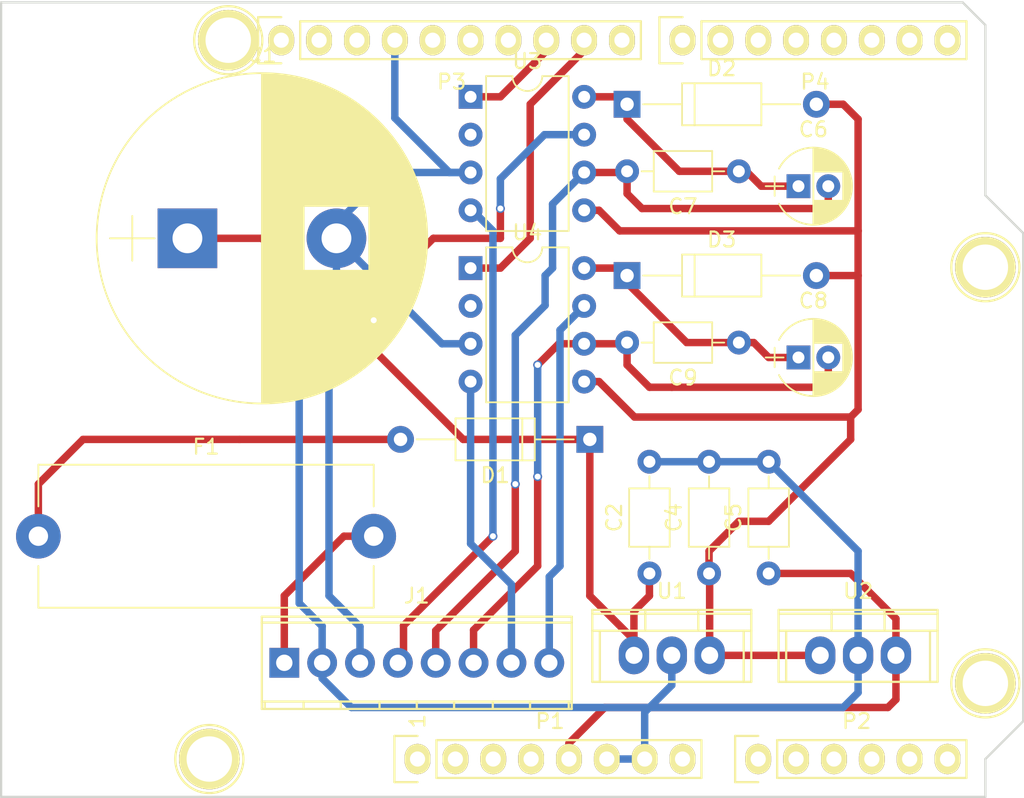
<source format=kicad_pcb>
(kicad_pcb (version 4) (host pcbnew 4.0.7-e2-6376~58~ubuntu16.04.1)

  (general
    (links 42)
    (no_connects 0)
    (area 104.572999 71.542 182.071334 127.694)
    (thickness 1.6)
    (drawings 27)
    (tracks 156)
    (zones 0)
    (modules 25)
    (nets 17)
  )

  (page A4)
  (title_block
    (date "lun. 30 mars 2015")
  )

  (layers
    (0 F.Cu signal)
    (31 B.Cu signal)
    (32 B.Adhes user hide)
    (33 F.Adhes user hide)
    (34 B.Paste user hide)
    (35 F.Paste user hide)
    (36 B.SilkS user hide)
    (37 F.SilkS user)
    (38 B.Mask user hide)
    (39 F.Mask user hide)
    (40 Dwgs.User user hide)
    (41 Cmts.User user hide)
    (42 Eco1.User user hide)
    (43 Eco2.User user hide)
    (44 Edge.Cuts user)
    (45 Margin user hide)
    (46 B.CrtYd user hide)
    (47 F.CrtYd user hide)
    (48 B.Fab user hide)
    (49 F.Fab user hide)
  )

  (setup
    (last_trace_width 0.5)
    (trace_clearance 0.2)
    (zone_clearance 0.508)
    (zone_45_only no)
    (trace_min 0.2)
    (segment_width 0.15)
    (edge_width 0.15)
    (via_size 0.6)
    (via_drill 0.4)
    (via_min_size 0.4)
    (via_min_drill 0.3)
    (uvia_size 0.3)
    (uvia_drill 0.1)
    (uvias_allowed no)
    (uvia_min_size 0.2)
    (uvia_min_drill 0.1)
    (pcb_text_width 0.3)
    (pcb_text_size 1.5 1.5)
    (mod_edge_width 0.15)
    (mod_text_size 1 1)
    (mod_text_width 0.15)
    (pad_size 4.064 4.064)
    (pad_drill 3.048)
    (pad_to_mask_clearance 0)
    (aux_axis_origin 110.998 126.365)
    (grid_origin 110.998 126.365)
    (visible_elements FFFFFF7F)
    (pcbplotparams
      (layerselection 0x01020_80000001)
      (usegerberextensions false)
      (excludeedgelayer true)
      (linewidth 0.100000)
      (plotframeref false)
      (viasonmask false)
      (mode 1)
      (useauxorigin false)
      (hpglpennumber 1)
      (hpglpenspeed 20)
      (hpglpendiameter 15)
      (hpglpenoverlay 2)
      (psnegative false)
      (psa4output false)
      (plotreference true)
      (plotvalue true)
      (plotinvisibletext false)
      (padsonsilk false)
      (subtractmaskfromsilk false)
      (outputformat 1)
      (mirror false)
      (drillshape 0)
      (scaleselection 1)
      (outputdirectory output/))
  )

  (net 0 "")
  (net 1 +5V)
  (net 2 GND)
  (net 3 "/9(**)")
  (net 4 "/10(**/SS)")
  (net 5 "Net-(C1-Pad1)")
  (net 6 /+15V)
  (net 7 "Net-(C6-Pad1)")
  (net 8 "Net-(C6-Pad2)")
  (net 9 "Net-(C8-Pad1)")
  (net 10 "Net-(C8-Pad2)")
  (net 11 /24V-Fused)
  (net 12 "Net-(F1-Pad2)")
  (net 13 "Net-(J1-Pad4)")
  (net 14 "Net-(J1-Pad3)")
  (net 15 "Net-(J1-Pad7)")
  (net 16 "Net-(J1-Pad8)")

  (net_class Default "This is the default net class."
    (clearance 0.2)
    (trace_width 0.5)
    (via_dia 0.6)
    (via_drill 0.4)
    (uvia_dia 0.3)
    (uvia_drill 0.1)
    (add_net +5V)
    (add_net /+15V)
    (add_net "/10(**/SS)")
    (add_net /24V-Fused)
    (add_net "/9(**)")
    (add_net GND)
    (add_net "Net-(C1-Pad1)")
    (add_net "Net-(C6-Pad1)")
    (add_net "Net-(C6-Pad2)")
    (add_net "Net-(C8-Pad1)")
    (add_net "Net-(C8-Pad2)")
    (add_net "Net-(F1-Pad2)")
    (add_net "Net-(J1-Pad3)")
    (add_net "Net-(J1-Pad4)")
    (add_net "Net-(J1-Pad7)")
    (add_net "Net-(J1-Pad8)")
  )

  (module Socket_Arduino_Uno:Socket_Strip_Arduino_1x08 locked (layer F.Cu) (tedit 552168D2) (tstamp 551AF9EA)
    (at 138.938 123.825)
    (descr "Through hole socket strip")
    (tags "socket strip")
    (path /56D70129)
    (fp_text reference P1 (at 8.89 -2.54) (layer F.SilkS)
      (effects (font (size 1 1) (thickness 0.15)))
    )
    (fp_text value Power (at 8.89 -4.064) (layer F.Fab)
      (effects (font (size 1 1) (thickness 0.15)))
    )
    (fp_line (start -1.75 -1.75) (end -1.75 1.75) (layer F.CrtYd) (width 0.05))
    (fp_line (start 19.55 -1.75) (end 19.55 1.75) (layer F.CrtYd) (width 0.05))
    (fp_line (start -1.75 -1.75) (end 19.55 -1.75) (layer F.CrtYd) (width 0.05))
    (fp_line (start -1.75 1.75) (end 19.55 1.75) (layer F.CrtYd) (width 0.05))
    (fp_line (start 1.27 1.27) (end 19.05 1.27) (layer F.SilkS) (width 0.15))
    (fp_line (start 19.05 1.27) (end 19.05 -1.27) (layer F.SilkS) (width 0.15))
    (fp_line (start 19.05 -1.27) (end 1.27 -1.27) (layer F.SilkS) (width 0.15))
    (fp_line (start -1.55 1.55) (end 0 1.55) (layer F.SilkS) (width 0.15))
    (fp_line (start 1.27 1.27) (end 1.27 -1.27) (layer F.SilkS) (width 0.15))
    (fp_line (start 0 -1.55) (end -1.55 -1.55) (layer F.SilkS) (width 0.15))
    (fp_line (start -1.55 -1.55) (end -1.55 1.55) (layer F.SilkS) (width 0.15))
    (pad 1 thru_hole oval (at 0 0) (size 1.7272 2.032) (drill 1.016) (layers *.Cu *.Mask F.SilkS))
    (pad 2 thru_hole oval (at 2.54 0) (size 1.7272 2.032) (drill 1.016) (layers *.Cu *.Mask F.SilkS))
    (pad 3 thru_hole oval (at 5.08 0) (size 1.7272 2.032) (drill 1.016) (layers *.Cu *.Mask F.SilkS))
    (pad 4 thru_hole oval (at 7.62 0) (size 1.7272 2.032) (drill 1.016) (layers *.Cu *.Mask F.SilkS))
    (pad 5 thru_hole oval (at 10.16 0) (size 1.7272 2.032) (drill 1.016) (layers *.Cu *.Mask F.SilkS)
      (net 1 +5V))
    (pad 6 thru_hole oval (at 12.7 0) (size 1.7272 2.032) (drill 1.016) (layers *.Cu *.Mask F.SilkS)
      (net 2 GND))
    (pad 7 thru_hole oval (at 15.24 0) (size 1.7272 2.032) (drill 1.016) (layers *.Cu *.Mask F.SilkS)
      (net 2 GND))
    (pad 8 thru_hole oval (at 17.78 0) (size 1.7272 2.032) (drill 1.016) (layers *.Cu *.Mask F.SilkS))
    (model ${KIPRJMOD}/Socket_Arduino_Uno.3dshapes/Socket_header_Arduino_1x08.wrl
      (at (xyz 0.35 0 0))
      (scale (xyz 1 1 1))
      (rotate (xyz 0 0 180))
    )
  )

  (module Socket_Arduino_Uno:Socket_Strip_Arduino_1x06 locked (layer F.Cu) (tedit 552168D6) (tstamp 551AF9FF)
    (at 161.798 123.825)
    (descr "Through hole socket strip")
    (tags "socket strip")
    (path /56D70DD8)
    (fp_text reference P2 (at 6.604 -2.54) (layer F.SilkS)
      (effects (font (size 1 1) (thickness 0.15)))
    )
    (fp_text value Analog (at 6.604 -4.064) (layer F.Fab)
      (effects (font (size 1 1) (thickness 0.15)))
    )
    (fp_line (start -1.75 -1.75) (end -1.75 1.75) (layer F.CrtYd) (width 0.05))
    (fp_line (start 14.45 -1.75) (end 14.45 1.75) (layer F.CrtYd) (width 0.05))
    (fp_line (start -1.75 -1.75) (end 14.45 -1.75) (layer F.CrtYd) (width 0.05))
    (fp_line (start -1.75 1.75) (end 14.45 1.75) (layer F.CrtYd) (width 0.05))
    (fp_line (start 1.27 1.27) (end 13.97 1.27) (layer F.SilkS) (width 0.15))
    (fp_line (start 13.97 1.27) (end 13.97 -1.27) (layer F.SilkS) (width 0.15))
    (fp_line (start 13.97 -1.27) (end 1.27 -1.27) (layer F.SilkS) (width 0.15))
    (fp_line (start -1.55 1.55) (end 0 1.55) (layer F.SilkS) (width 0.15))
    (fp_line (start 1.27 1.27) (end 1.27 -1.27) (layer F.SilkS) (width 0.15))
    (fp_line (start 0 -1.55) (end -1.55 -1.55) (layer F.SilkS) (width 0.15))
    (fp_line (start -1.55 -1.55) (end -1.55 1.55) (layer F.SilkS) (width 0.15))
    (pad 1 thru_hole oval (at 0 0) (size 1.7272 2.032) (drill 1.016) (layers *.Cu *.Mask F.SilkS))
    (pad 2 thru_hole oval (at 2.54 0) (size 1.7272 2.032) (drill 1.016) (layers *.Cu *.Mask F.SilkS))
    (pad 3 thru_hole oval (at 5.08 0) (size 1.7272 2.032) (drill 1.016) (layers *.Cu *.Mask F.SilkS))
    (pad 4 thru_hole oval (at 7.62 0) (size 1.7272 2.032) (drill 1.016) (layers *.Cu *.Mask F.SilkS))
    (pad 5 thru_hole oval (at 10.16 0) (size 1.7272 2.032) (drill 1.016) (layers *.Cu *.Mask F.SilkS))
    (pad 6 thru_hole oval (at 12.7 0) (size 1.7272 2.032) (drill 1.016) (layers *.Cu *.Mask F.SilkS))
    (model ${KIPRJMOD}/Socket_Arduino_Uno.3dshapes/Socket_header_Arduino_1x06.wrl
      (at (xyz 0.25 0 0))
      (scale (xyz 1 1 1))
      (rotate (xyz 0 0 180))
    )
  )

  (module Socket_Arduino_Uno:Socket_Strip_Arduino_1x10 locked (layer F.Cu) (tedit 552168BF) (tstamp 551AFA18)
    (at 129.794 75.565)
    (descr "Through hole socket strip")
    (tags "socket strip")
    (path /56D721E0)
    (fp_text reference P3 (at 11.43 2.794) (layer F.SilkS)
      (effects (font (size 1 1) (thickness 0.15)))
    )
    (fp_text value Digital (at 11.43 4.318) (layer F.Fab)
      (effects (font (size 1 1) (thickness 0.15)))
    )
    (fp_line (start -1.75 -1.75) (end -1.75 1.75) (layer F.CrtYd) (width 0.05))
    (fp_line (start 24.65 -1.75) (end 24.65 1.75) (layer F.CrtYd) (width 0.05))
    (fp_line (start -1.75 -1.75) (end 24.65 -1.75) (layer F.CrtYd) (width 0.05))
    (fp_line (start -1.75 1.75) (end 24.65 1.75) (layer F.CrtYd) (width 0.05))
    (fp_line (start 1.27 1.27) (end 24.13 1.27) (layer F.SilkS) (width 0.15))
    (fp_line (start 24.13 1.27) (end 24.13 -1.27) (layer F.SilkS) (width 0.15))
    (fp_line (start 24.13 -1.27) (end 1.27 -1.27) (layer F.SilkS) (width 0.15))
    (fp_line (start -1.55 1.55) (end 0 1.55) (layer F.SilkS) (width 0.15))
    (fp_line (start 1.27 1.27) (end 1.27 -1.27) (layer F.SilkS) (width 0.15))
    (fp_line (start 0 -1.55) (end -1.55 -1.55) (layer F.SilkS) (width 0.15))
    (fp_line (start -1.55 -1.55) (end -1.55 1.55) (layer F.SilkS) (width 0.15))
    (pad 1 thru_hole oval (at 0 0) (size 1.7272 2.032) (drill 1.016) (layers *.Cu *.Mask F.SilkS))
    (pad 2 thru_hole oval (at 2.54 0) (size 1.7272 2.032) (drill 1.016) (layers *.Cu *.Mask F.SilkS))
    (pad 3 thru_hole oval (at 5.08 0) (size 1.7272 2.032) (drill 1.016) (layers *.Cu *.Mask F.SilkS))
    (pad 4 thru_hole oval (at 7.62 0) (size 1.7272 2.032) (drill 1.016) (layers *.Cu *.Mask F.SilkS)
      (net 2 GND))
    (pad 5 thru_hole oval (at 10.16 0) (size 1.7272 2.032) (drill 1.016) (layers *.Cu *.Mask F.SilkS))
    (pad 6 thru_hole oval (at 12.7 0) (size 1.7272 2.032) (drill 1.016) (layers *.Cu *.Mask F.SilkS))
    (pad 7 thru_hole oval (at 15.24 0) (size 1.7272 2.032) (drill 1.016) (layers *.Cu *.Mask F.SilkS))
    (pad 8 thru_hole oval (at 17.78 0) (size 1.7272 2.032) (drill 1.016) (layers *.Cu *.Mask F.SilkS)
      (net 4 "/10(**/SS)"))
    (pad 9 thru_hole oval (at 20.32 0) (size 1.7272 2.032) (drill 1.016) (layers *.Cu *.Mask F.SilkS)
      (net 3 "/9(**)"))
    (pad 10 thru_hole oval (at 22.86 0) (size 1.7272 2.032) (drill 1.016) (layers *.Cu *.Mask F.SilkS))
    (model ${KIPRJMOD}/Socket_Arduino_Uno.3dshapes/Socket_header_Arduino_1x10.wrl
      (at (xyz 0.45 0 0))
      (scale (xyz 1 1 1))
      (rotate (xyz 0 0 180))
    )
  )

  (module Socket_Arduino_Uno:Socket_Strip_Arduino_1x08 locked (layer F.Cu) (tedit 552168C7) (tstamp 551AFA2F)
    (at 156.718 75.565)
    (descr "Through hole socket strip")
    (tags "socket strip")
    (path /56D7164F)
    (fp_text reference P4 (at 8.89 2.794) (layer F.SilkS)
      (effects (font (size 1 1) (thickness 0.15)))
    )
    (fp_text value Digital (at 8.89 4.318) (layer F.Fab)
      (effects (font (size 1 1) (thickness 0.15)))
    )
    (fp_line (start -1.75 -1.75) (end -1.75 1.75) (layer F.CrtYd) (width 0.05))
    (fp_line (start 19.55 -1.75) (end 19.55 1.75) (layer F.CrtYd) (width 0.05))
    (fp_line (start -1.75 -1.75) (end 19.55 -1.75) (layer F.CrtYd) (width 0.05))
    (fp_line (start -1.75 1.75) (end 19.55 1.75) (layer F.CrtYd) (width 0.05))
    (fp_line (start 1.27 1.27) (end 19.05 1.27) (layer F.SilkS) (width 0.15))
    (fp_line (start 19.05 1.27) (end 19.05 -1.27) (layer F.SilkS) (width 0.15))
    (fp_line (start 19.05 -1.27) (end 1.27 -1.27) (layer F.SilkS) (width 0.15))
    (fp_line (start -1.55 1.55) (end 0 1.55) (layer F.SilkS) (width 0.15))
    (fp_line (start 1.27 1.27) (end 1.27 -1.27) (layer F.SilkS) (width 0.15))
    (fp_line (start 0 -1.55) (end -1.55 -1.55) (layer F.SilkS) (width 0.15))
    (fp_line (start -1.55 -1.55) (end -1.55 1.55) (layer F.SilkS) (width 0.15))
    (pad 1 thru_hole oval (at 0 0) (size 1.7272 2.032) (drill 1.016) (layers *.Cu *.Mask F.SilkS))
    (pad 2 thru_hole oval (at 2.54 0) (size 1.7272 2.032) (drill 1.016) (layers *.Cu *.Mask F.SilkS))
    (pad 3 thru_hole oval (at 5.08 0) (size 1.7272 2.032) (drill 1.016) (layers *.Cu *.Mask F.SilkS))
    (pad 4 thru_hole oval (at 7.62 0) (size 1.7272 2.032) (drill 1.016) (layers *.Cu *.Mask F.SilkS))
    (pad 5 thru_hole oval (at 10.16 0) (size 1.7272 2.032) (drill 1.016) (layers *.Cu *.Mask F.SilkS))
    (pad 6 thru_hole oval (at 12.7 0) (size 1.7272 2.032) (drill 1.016) (layers *.Cu *.Mask F.SilkS))
    (pad 7 thru_hole oval (at 15.24 0) (size 1.7272 2.032) (drill 1.016) (layers *.Cu *.Mask F.SilkS))
    (pad 8 thru_hole oval (at 17.78 0) (size 1.7272 2.032) (drill 1.016) (layers *.Cu *.Mask F.SilkS))
    (model ${KIPRJMOD}/Socket_Arduino_Uno.3dshapes/Socket_header_Arduino_1x08.wrl
      (at (xyz 0.35 0 0))
      (scale (xyz 1 1 1))
      (rotate (xyz 0 0 180))
    )
  )

  (module Socket_Arduino_Uno:Arduino_1pin locked (layer F.Cu) (tedit 5524FC39) (tstamp 5524FC3F)
    (at 124.968 123.825)
    (descr "module 1 pin (ou trou mecanique de percage)")
    (tags DEV)
    (path /56D71177)
    (fp_text reference P5 (at 0 -3.048) (layer F.SilkS) hide
      (effects (font (size 1 1) (thickness 0.15)))
    )
    (fp_text value CONN_01X01 (at 0 2.794) (layer F.Fab) hide
      (effects (font (size 1 1) (thickness 0.15)))
    )
    (fp_circle (center 0 0) (end 0 -2.286) (layer F.SilkS) (width 0.15))
    (pad 1 thru_hole circle (at 0 0) (size 4.064 4.064) (drill 3.048) (layers *.Cu *.Mask F.SilkS))
  )

  (module Socket_Arduino_Uno:Arduino_1pin locked (layer F.Cu) (tedit 5524FC4A) (tstamp 5524FC44)
    (at 177.038 118.745)
    (descr "module 1 pin (ou trou mecanique de percage)")
    (tags DEV)
    (path /56D71274)
    (fp_text reference P6 (at 0 -3.048) (layer F.SilkS) hide
      (effects (font (size 1 1) (thickness 0.15)))
    )
    (fp_text value CONN_01X01 (at 0 2.794) (layer F.Fab) hide
      (effects (font (size 1 1) (thickness 0.15)))
    )
    (fp_circle (center 0 0) (end 0 -2.286) (layer F.SilkS) (width 0.15))
    (pad 1 thru_hole circle (at 0 0) (size 4.064 4.064) (drill 3.048) (layers *.Cu *.Mask F.SilkS))
  )

  (module Socket_Arduino_Uno:Arduino_1pin locked (layer F.Cu) (tedit 5524FC2F) (tstamp 5524FC49)
    (at 126.238 75.565)
    (descr "module 1 pin (ou trou mecanique de percage)")
    (tags DEV)
    (path /56D712A8)
    (fp_text reference P7 (at 0 -3.048) (layer F.SilkS) hide
      (effects (font (size 1 1) (thickness 0.15)))
    )
    (fp_text value CONN_01X01 (at 0 2.794) (layer F.Fab) hide
      (effects (font (size 1 1) (thickness 0.15)))
    )
    (fp_circle (center 0 0) (end 0 -2.286) (layer F.SilkS) (width 0.15))
    (pad 1 thru_hole circle (at 0 0) (size 4.064 4.064) (drill 3.048) (layers *.Cu *.Mask F.SilkS))
  )

  (module Socket_Arduino_Uno:Arduino_1pin locked (layer F.Cu) (tedit 5524FC41) (tstamp 5524FC4E)
    (at 177.038 90.805)
    (descr "module 1 pin (ou trou mecanique de percage)")
    (tags DEV)
    (path /56D712DB)
    (fp_text reference P8 (at 0 -3.048) (layer F.SilkS) hide
      (effects (font (size 1 1) (thickness 0.15)))
    )
    (fp_text value CONN_01X01 (at 0 2.794) (layer F.Fab) hide
      (effects (font (size 1 1) (thickness 0.15)))
    )
    (fp_circle (center 0 0) (end 0 -2.286) (layer F.SilkS) (width 0.15))
    (pad 1 thru_hole circle (at 0 0) (size 4.064 4.064) (drill 3.048) (layers *.Cu *.Mask F.SilkS))
  )

  (module Capacitors_THT:CP_Radial_D22.0mm_P10.00mm_SnapIn (layer F.Cu) (tedit 597BC7C2) (tstamp 59C631E4)
    (at 123.498 88.865)
    (descr "CP, Radial series, Radial, pin pitch=10.00mm, , diameter=22mm, Electrolytic Capacitor, , http://www.vishay.com/docs/28342/058059pll-si.pdf")
    (tags "CP Radial series Radial pin pitch 10.00mm  diameter 22mm Electrolytic Capacitor")
    (path /59C62588)
    (fp_text reference C1 (at 5 -12.31) (layer F.SilkS)
      (effects (font (size 1 1) (thickness 0.15)))
    )
    (fp_text value 2200uF (at 5 12.31) (layer F.Fab)
      (effects (font (size 1 1) (thickness 0.15)))
    )
    (fp_circle (center 5 0) (end 16 0) (layer F.Fab) (width 0.1))
    (fp_circle (center 5 0) (end 16.09 0) (layer F.SilkS) (width 0.12))
    (fp_line (start -5.2 0) (end -2.2 0) (layer F.Fab) (width 0.1))
    (fp_line (start -3.7 -1.5) (end -3.7 1.5) (layer F.Fab) (width 0.1))
    (fp_line (start 5 -11.05) (end 5 11.05) (layer F.SilkS) (width 0.12))
    (fp_line (start 5.04 -11.05) (end 5.04 11.05) (layer F.SilkS) (width 0.12))
    (fp_line (start 5.08 -11.05) (end 5.08 11.05) (layer F.SilkS) (width 0.12))
    (fp_line (start 5.12 -11.05) (end 5.12 11.05) (layer F.SilkS) (width 0.12))
    (fp_line (start 5.16 -11.049) (end 5.16 11.049) (layer F.SilkS) (width 0.12))
    (fp_line (start 5.2 -11.049) (end 5.2 11.049) (layer F.SilkS) (width 0.12))
    (fp_line (start 5.24 -11.048) (end 5.24 11.048) (layer F.SilkS) (width 0.12))
    (fp_line (start 5.28 -11.047) (end 5.28 11.047) (layer F.SilkS) (width 0.12))
    (fp_line (start 5.32 -11.046) (end 5.32 11.046) (layer F.SilkS) (width 0.12))
    (fp_line (start 5.36 -11.045) (end 5.36 11.045) (layer F.SilkS) (width 0.12))
    (fp_line (start 5.4 -11.043) (end 5.4 11.043) (layer F.SilkS) (width 0.12))
    (fp_line (start 5.44 -11.042) (end 5.44 11.042) (layer F.SilkS) (width 0.12))
    (fp_line (start 5.48 -11.04) (end 5.48 11.04) (layer F.SilkS) (width 0.12))
    (fp_line (start 5.52 -11.038) (end 5.52 11.038) (layer F.SilkS) (width 0.12))
    (fp_line (start 5.56 -11.036) (end 5.56 11.036) (layer F.SilkS) (width 0.12))
    (fp_line (start 5.6 -11.034) (end 5.6 11.034) (layer F.SilkS) (width 0.12))
    (fp_line (start 5.64 -11.032) (end 5.64 11.032) (layer F.SilkS) (width 0.12))
    (fp_line (start 5.68 -11.03) (end 5.68 11.03) (layer F.SilkS) (width 0.12))
    (fp_line (start 5.721 -11.027) (end 5.721 11.027) (layer F.SilkS) (width 0.12))
    (fp_line (start 5.761 -11.024) (end 5.761 11.024) (layer F.SilkS) (width 0.12))
    (fp_line (start 5.801 -11.022) (end 5.801 11.022) (layer F.SilkS) (width 0.12))
    (fp_line (start 5.841 -11.019) (end 5.841 11.019) (layer F.SilkS) (width 0.12))
    (fp_line (start 5.881 -11.016) (end 5.881 11.016) (layer F.SilkS) (width 0.12))
    (fp_line (start 5.921 -11.012) (end 5.921 11.012) (layer F.SilkS) (width 0.12))
    (fp_line (start 5.961 -11.009) (end 5.961 11.009) (layer F.SilkS) (width 0.12))
    (fp_line (start 6.001 -11.005) (end 6.001 11.005) (layer F.SilkS) (width 0.12))
    (fp_line (start 6.041 -11.002) (end 6.041 11.002) (layer F.SilkS) (width 0.12))
    (fp_line (start 6.081 -10.998) (end 6.081 10.998) (layer F.SilkS) (width 0.12))
    (fp_line (start 6.121 -10.994) (end 6.121 10.994) (layer F.SilkS) (width 0.12))
    (fp_line (start 6.161 -10.99) (end 6.161 10.99) (layer F.SilkS) (width 0.12))
    (fp_line (start 6.201 -10.985) (end 6.201 10.985) (layer F.SilkS) (width 0.12))
    (fp_line (start 6.241 -10.981) (end 6.241 10.981) (layer F.SilkS) (width 0.12))
    (fp_line (start 6.281 -10.976) (end 6.281 10.976) (layer F.SilkS) (width 0.12))
    (fp_line (start 6.321 -10.972) (end 6.321 10.972) (layer F.SilkS) (width 0.12))
    (fp_line (start 6.361 -10.967) (end 6.361 10.967) (layer F.SilkS) (width 0.12))
    (fp_line (start 6.401 -10.962) (end 6.401 10.962) (layer F.SilkS) (width 0.12))
    (fp_line (start 6.441 -10.957) (end 6.441 10.957) (layer F.SilkS) (width 0.12))
    (fp_line (start 6.481 -10.951) (end 6.481 10.951) (layer F.SilkS) (width 0.12))
    (fp_line (start 6.521 -10.946) (end 6.521 10.946) (layer F.SilkS) (width 0.12))
    (fp_line (start 6.561 -10.94) (end 6.561 10.94) (layer F.SilkS) (width 0.12))
    (fp_line (start 6.601 -10.934) (end 6.601 10.934) (layer F.SilkS) (width 0.12))
    (fp_line (start 6.641 -10.929) (end 6.641 10.929) (layer F.SilkS) (width 0.12))
    (fp_line (start 6.681 -10.923) (end 6.681 10.923) (layer F.SilkS) (width 0.12))
    (fp_line (start 6.721 -10.916) (end 6.721 10.916) (layer F.SilkS) (width 0.12))
    (fp_line (start 6.761 -10.91) (end 6.761 10.91) (layer F.SilkS) (width 0.12))
    (fp_line (start 6.801 -10.903) (end 6.801 10.903) (layer F.SilkS) (width 0.12))
    (fp_line (start 6.841 -10.897) (end 6.841 10.897) (layer F.SilkS) (width 0.12))
    (fp_line (start 6.881 -10.89) (end 6.881 10.89) (layer F.SilkS) (width 0.12))
    (fp_line (start 6.921 -10.883) (end 6.921 10.883) (layer F.SilkS) (width 0.12))
    (fp_line (start 6.961 -10.876) (end 6.961 10.876) (layer F.SilkS) (width 0.12))
    (fp_line (start 7.001 -10.869) (end 7.001 10.869) (layer F.SilkS) (width 0.12))
    (fp_line (start 7.041 -10.861) (end 7.041 10.861) (layer F.SilkS) (width 0.12))
    (fp_line (start 7.081 -10.854) (end 7.081 10.854) (layer F.SilkS) (width 0.12))
    (fp_line (start 7.121 -10.846) (end 7.121 10.846) (layer F.SilkS) (width 0.12))
    (fp_line (start 7.161 -10.838) (end 7.161 10.838) (layer F.SilkS) (width 0.12))
    (fp_line (start 7.201 -10.83) (end 7.201 10.83) (layer F.SilkS) (width 0.12))
    (fp_line (start 7.241 -10.822) (end 7.241 10.822) (layer F.SilkS) (width 0.12))
    (fp_line (start 7.281 -10.814) (end 7.281 10.814) (layer F.SilkS) (width 0.12))
    (fp_line (start 7.321 -10.805) (end 7.321 10.805) (layer F.SilkS) (width 0.12))
    (fp_line (start 7.361 -10.796) (end 7.361 10.796) (layer F.SilkS) (width 0.12))
    (fp_line (start 7.401 -10.788) (end 7.401 10.788) (layer F.SilkS) (width 0.12))
    (fp_line (start 7.441 -10.779) (end 7.441 10.779) (layer F.SilkS) (width 0.12))
    (fp_line (start 7.481 -10.77) (end 7.481 10.77) (layer F.SilkS) (width 0.12))
    (fp_line (start 7.521 -10.76) (end 7.521 10.76) (layer F.SilkS) (width 0.12))
    (fp_line (start 7.561 -10.751) (end 7.561 10.751) (layer F.SilkS) (width 0.12))
    (fp_line (start 7.601 -10.741) (end 7.601 10.741) (layer F.SilkS) (width 0.12))
    (fp_line (start 7.641 -10.732) (end 7.641 10.732) (layer F.SilkS) (width 0.12))
    (fp_line (start 7.681 -10.722) (end 7.681 10.722) (layer F.SilkS) (width 0.12))
    (fp_line (start 7.721 -10.712) (end 7.721 10.712) (layer F.SilkS) (width 0.12))
    (fp_line (start 7.761 -10.702) (end 7.761 10.702) (layer F.SilkS) (width 0.12))
    (fp_line (start 7.801 -10.691) (end 7.801 10.691) (layer F.SilkS) (width 0.12))
    (fp_line (start 7.841 -10.681) (end 7.841 -2.18) (layer F.SilkS) (width 0.12))
    (fp_line (start 7.841 2.18) (end 7.841 10.681) (layer F.SilkS) (width 0.12))
    (fp_line (start 7.881 -10.67) (end 7.881 -2.18) (layer F.SilkS) (width 0.12))
    (fp_line (start 7.881 2.18) (end 7.881 10.67) (layer F.SilkS) (width 0.12))
    (fp_line (start 7.921 -10.659) (end 7.921 -2.18) (layer F.SilkS) (width 0.12))
    (fp_line (start 7.921 2.18) (end 7.921 10.659) (layer F.SilkS) (width 0.12))
    (fp_line (start 7.961 -10.648) (end 7.961 -2.18) (layer F.SilkS) (width 0.12))
    (fp_line (start 7.961 2.18) (end 7.961 10.648) (layer F.SilkS) (width 0.12))
    (fp_line (start 8.001 -10.637) (end 8.001 -2.18) (layer F.SilkS) (width 0.12))
    (fp_line (start 8.001 2.18) (end 8.001 10.637) (layer F.SilkS) (width 0.12))
    (fp_line (start 8.041 -10.626) (end 8.041 -2.18) (layer F.SilkS) (width 0.12))
    (fp_line (start 8.041 2.18) (end 8.041 10.626) (layer F.SilkS) (width 0.12))
    (fp_line (start 8.081 -10.614) (end 8.081 -2.18) (layer F.SilkS) (width 0.12))
    (fp_line (start 8.081 2.18) (end 8.081 10.614) (layer F.SilkS) (width 0.12))
    (fp_line (start 8.121 -10.603) (end 8.121 -2.18) (layer F.SilkS) (width 0.12))
    (fp_line (start 8.121 2.18) (end 8.121 10.603) (layer F.SilkS) (width 0.12))
    (fp_line (start 8.161 -10.591) (end 8.161 -2.18) (layer F.SilkS) (width 0.12))
    (fp_line (start 8.161 2.18) (end 8.161 10.591) (layer F.SilkS) (width 0.12))
    (fp_line (start 8.201 -10.579) (end 8.201 -2.18) (layer F.SilkS) (width 0.12))
    (fp_line (start 8.201 2.18) (end 8.201 10.579) (layer F.SilkS) (width 0.12))
    (fp_line (start 8.241 -10.567) (end 8.241 -2.18) (layer F.SilkS) (width 0.12))
    (fp_line (start 8.241 2.18) (end 8.241 10.567) (layer F.SilkS) (width 0.12))
    (fp_line (start 8.281 -10.554) (end 8.281 -2.18) (layer F.SilkS) (width 0.12))
    (fp_line (start 8.281 2.18) (end 8.281 10.554) (layer F.SilkS) (width 0.12))
    (fp_line (start 8.321 -10.542) (end 8.321 -2.18) (layer F.SilkS) (width 0.12))
    (fp_line (start 8.321 2.18) (end 8.321 10.542) (layer F.SilkS) (width 0.12))
    (fp_line (start 8.361 -10.529) (end 8.361 -2.18) (layer F.SilkS) (width 0.12))
    (fp_line (start 8.361 2.18) (end 8.361 10.529) (layer F.SilkS) (width 0.12))
    (fp_line (start 8.401 -10.516) (end 8.401 -2.18) (layer F.SilkS) (width 0.12))
    (fp_line (start 8.401 2.18) (end 8.401 10.516) (layer F.SilkS) (width 0.12))
    (fp_line (start 8.441 -10.503) (end 8.441 -2.18) (layer F.SilkS) (width 0.12))
    (fp_line (start 8.441 2.18) (end 8.441 10.503) (layer F.SilkS) (width 0.12))
    (fp_line (start 8.481 -10.49) (end 8.481 -2.18) (layer F.SilkS) (width 0.12))
    (fp_line (start 8.481 2.18) (end 8.481 10.49) (layer F.SilkS) (width 0.12))
    (fp_line (start 8.521 -10.477) (end 8.521 -2.18) (layer F.SilkS) (width 0.12))
    (fp_line (start 8.521 2.18) (end 8.521 10.477) (layer F.SilkS) (width 0.12))
    (fp_line (start 8.561 -10.464) (end 8.561 -2.18) (layer F.SilkS) (width 0.12))
    (fp_line (start 8.561 2.18) (end 8.561 10.464) (layer F.SilkS) (width 0.12))
    (fp_line (start 8.601 -10.45) (end 8.601 -2.18) (layer F.SilkS) (width 0.12))
    (fp_line (start 8.601 2.18) (end 8.601 10.45) (layer F.SilkS) (width 0.12))
    (fp_line (start 8.641 -10.436) (end 8.641 -2.18) (layer F.SilkS) (width 0.12))
    (fp_line (start 8.641 2.18) (end 8.641 10.436) (layer F.SilkS) (width 0.12))
    (fp_line (start 8.681 -10.422) (end 8.681 -2.18) (layer F.SilkS) (width 0.12))
    (fp_line (start 8.681 2.18) (end 8.681 10.422) (layer F.SilkS) (width 0.12))
    (fp_line (start 8.721 -10.408) (end 8.721 -2.18) (layer F.SilkS) (width 0.12))
    (fp_line (start 8.721 2.18) (end 8.721 10.408) (layer F.SilkS) (width 0.12))
    (fp_line (start 8.761 -10.394) (end 8.761 -2.18) (layer F.SilkS) (width 0.12))
    (fp_line (start 8.761 2.18) (end 8.761 10.394) (layer F.SilkS) (width 0.12))
    (fp_line (start 8.801 -10.379) (end 8.801 -2.18) (layer F.SilkS) (width 0.12))
    (fp_line (start 8.801 2.18) (end 8.801 10.379) (layer F.SilkS) (width 0.12))
    (fp_line (start 8.841 -10.364) (end 8.841 -2.18) (layer F.SilkS) (width 0.12))
    (fp_line (start 8.841 2.18) (end 8.841 10.364) (layer F.SilkS) (width 0.12))
    (fp_line (start 8.881 -10.35) (end 8.881 -2.18) (layer F.SilkS) (width 0.12))
    (fp_line (start 8.881 2.18) (end 8.881 10.35) (layer F.SilkS) (width 0.12))
    (fp_line (start 8.921 -10.335) (end 8.921 -2.18) (layer F.SilkS) (width 0.12))
    (fp_line (start 8.921 2.18) (end 8.921 10.335) (layer F.SilkS) (width 0.12))
    (fp_line (start 8.961 -10.319) (end 8.961 -2.18) (layer F.SilkS) (width 0.12))
    (fp_line (start 8.961 2.18) (end 8.961 10.319) (layer F.SilkS) (width 0.12))
    (fp_line (start 9.001 -10.304) (end 9.001 -2.18) (layer F.SilkS) (width 0.12))
    (fp_line (start 9.001 2.18) (end 9.001 10.304) (layer F.SilkS) (width 0.12))
    (fp_line (start 9.041 -10.288) (end 9.041 -2.18) (layer F.SilkS) (width 0.12))
    (fp_line (start 9.041 2.18) (end 9.041 10.288) (layer F.SilkS) (width 0.12))
    (fp_line (start 9.081 -10.273) (end 9.081 -2.18) (layer F.SilkS) (width 0.12))
    (fp_line (start 9.081 2.18) (end 9.081 10.273) (layer F.SilkS) (width 0.12))
    (fp_line (start 9.121 -10.257) (end 9.121 -2.18) (layer F.SilkS) (width 0.12))
    (fp_line (start 9.121 2.18) (end 9.121 10.257) (layer F.SilkS) (width 0.12))
    (fp_line (start 9.161 -10.241) (end 9.161 -2.18) (layer F.SilkS) (width 0.12))
    (fp_line (start 9.161 2.18) (end 9.161 10.241) (layer F.SilkS) (width 0.12))
    (fp_line (start 9.201 -10.224) (end 9.201 -2.18) (layer F.SilkS) (width 0.12))
    (fp_line (start 9.201 2.18) (end 9.201 10.224) (layer F.SilkS) (width 0.12))
    (fp_line (start 9.241 -10.208) (end 9.241 -2.18) (layer F.SilkS) (width 0.12))
    (fp_line (start 9.241 2.18) (end 9.241 10.208) (layer F.SilkS) (width 0.12))
    (fp_line (start 9.281 -10.191) (end 9.281 -2.18) (layer F.SilkS) (width 0.12))
    (fp_line (start 9.281 2.18) (end 9.281 10.191) (layer F.SilkS) (width 0.12))
    (fp_line (start 9.321 -10.174) (end 9.321 -2.18) (layer F.SilkS) (width 0.12))
    (fp_line (start 9.321 2.18) (end 9.321 10.174) (layer F.SilkS) (width 0.12))
    (fp_line (start 9.361 -10.157) (end 9.361 -2.18) (layer F.SilkS) (width 0.12))
    (fp_line (start 9.361 2.18) (end 9.361 10.157) (layer F.SilkS) (width 0.12))
    (fp_line (start 9.401 -10.14) (end 9.401 -2.18) (layer F.SilkS) (width 0.12))
    (fp_line (start 9.401 2.18) (end 9.401 10.14) (layer F.SilkS) (width 0.12))
    (fp_line (start 9.441 -10.123) (end 9.441 -2.18) (layer F.SilkS) (width 0.12))
    (fp_line (start 9.441 2.18) (end 9.441 10.123) (layer F.SilkS) (width 0.12))
    (fp_line (start 9.481 -10.105) (end 9.481 -2.18) (layer F.SilkS) (width 0.12))
    (fp_line (start 9.481 2.18) (end 9.481 10.105) (layer F.SilkS) (width 0.12))
    (fp_line (start 9.521 -10.088) (end 9.521 -2.18) (layer F.SilkS) (width 0.12))
    (fp_line (start 9.521 2.18) (end 9.521 10.088) (layer F.SilkS) (width 0.12))
    (fp_line (start 9.561 -10.07) (end 9.561 -2.18) (layer F.SilkS) (width 0.12))
    (fp_line (start 9.561 2.18) (end 9.561 10.07) (layer F.SilkS) (width 0.12))
    (fp_line (start 9.601 -10.051) (end 9.601 -2.18) (layer F.SilkS) (width 0.12))
    (fp_line (start 9.601 2.18) (end 9.601 10.051) (layer F.SilkS) (width 0.12))
    (fp_line (start 9.641 -10.033) (end 9.641 -2.18) (layer F.SilkS) (width 0.12))
    (fp_line (start 9.641 2.18) (end 9.641 10.033) (layer F.SilkS) (width 0.12))
    (fp_line (start 9.681 -10.015) (end 9.681 -2.18) (layer F.SilkS) (width 0.12))
    (fp_line (start 9.681 2.18) (end 9.681 10.015) (layer F.SilkS) (width 0.12))
    (fp_line (start 9.721 -9.996) (end 9.721 -2.18) (layer F.SilkS) (width 0.12))
    (fp_line (start 9.721 2.18) (end 9.721 9.996) (layer F.SilkS) (width 0.12))
    (fp_line (start 9.761 -9.977) (end 9.761 -2.18) (layer F.SilkS) (width 0.12))
    (fp_line (start 9.761 2.18) (end 9.761 9.977) (layer F.SilkS) (width 0.12))
    (fp_line (start 9.801 -9.958) (end 9.801 -2.18) (layer F.SilkS) (width 0.12))
    (fp_line (start 9.801 2.18) (end 9.801 9.958) (layer F.SilkS) (width 0.12))
    (fp_line (start 9.841 -9.939) (end 9.841 -2.18) (layer F.SilkS) (width 0.12))
    (fp_line (start 9.841 2.18) (end 9.841 9.939) (layer F.SilkS) (width 0.12))
    (fp_line (start 9.881 -9.919) (end 9.881 -2.18) (layer F.SilkS) (width 0.12))
    (fp_line (start 9.881 2.18) (end 9.881 9.919) (layer F.SilkS) (width 0.12))
    (fp_line (start 9.921 -9.899) (end 9.921 -2.18) (layer F.SilkS) (width 0.12))
    (fp_line (start 9.921 2.18) (end 9.921 9.899) (layer F.SilkS) (width 0.12))
    (fp_line (start 9.961 -9.879) (end 9.961 -2.18) (layer F.SilkS) (width 0.12))
    (fp_line (start 9.961 2.18) (end 9.961 9.879) (layer F.SilkS) (width 0.12))
    (fp_line (start 10.001 -9.859) (end 10.001 -2.18) (layer F.SilkS) (width 0.12))
    (fp_line (start 10.001 2.18) (end 10.001 9.859) (layer F.SilkS) (width 0.12))
    (fp_line (start 10.041 -9.839) (end 10.041 -2.18) (layer F.SilkS) (width 0.12))
    (fp_line (start 10.041 2.18) (end 10.041 9.839) (layer F.SilkS) (width 0.12))
    (fp_line (start 10.081 -9.819) (end 10.081 -2.18) (layer F.SilkS) (width 0.12))
    (fp_line (start 10.081 2.18) (end 10.081 9.819) (layer F.SilkS) (width 0.12))
    (fp_line (start 10.121 -9.798) (end 10.121 -2.18) (layer F.SilkS) (width 0.12))
    (fp_line (start 10.121 2.18) (end 10.121 9.798) (layer F.SilkS) (width 0.12))
    (fp_line (start 10.161 -9.777) (end 10.161 -2.18) (layer F.SilkS) (width 0.12))
    (fp_line (start 10.161 2.18) (end 10.161 9.777) (layer F.SilkS) (width 0.12))
    (fp_line (start 10.201 -9.756) (end 10.201 -2.18) (layer F.SilkS) (width 0.12))
    (fp_line (start 10.201 2.18) (end 10.201 9.756) (layer F.SilkS) (width 0.12))
    (fp_line (start 10.241 -9.734) (end 10.241 -2.18) (layer F.SilkS) (width 0.12))
    (fp_line (start 10.241 2.18) (end 10.241 9.734) (layer F.SilkS) (width 0.12))
    (fp_line (start 10.281 -9.713) (end 10.281 -2.18) (layer F.SilkS) (width 0.12))
    (fp_line (start 10.281 2.18) (end 10.281 9.713) (layer F.SilkS) (width 0.12))
    (fp_line (start 10.321 -9.691) (end 10.321 -2.18) (layer F.SilkS) (width 0.12))
    (fp_line (start 10.321 2.18) (end 10.321 9.691) (layer F.SilkS) (width 0.12))
    (fp_line (start 10.361 -9.669) (end 10.361 -2.18) (layer F.SilkS) (width 0.12))
    (fp_line (start 10.361 2.18) (end 10.361 9.669) (layer F.SilkS) (width 0.12))
    (fp_line (start 10.401 -9.647) (end 10.401 -2.18) (layer F.SilkS) (width 0.12))
    (fp_line (start 10.401 2.18) (end 10.401 9.647) (layer F.SilkS) (width 0.12))
    (fp_line (start 10.441 -9.625) (end 10.441 -2.18) (layer F.SilkS) (width 0.12))
    (fp_line (start 10.441 2.18) (end 10.441 9.625) (layer F.SilkS) (width 0.12))
    (fp_line (start 10.481 -9.602) (end 10.481 -2.18) (layer F.SilkS) (width 0.12))
    (fp_line (start 10.481 2.18) (end 10.481 9.602) (layer F.SilkS) (width 0.12))
    (fp_line (start 10.521 -9.579) (end 10.521 -2.18) (layer F.SilkS) (width 0.12))
    (fp_line (start 10.521 2.18) (end 10.521 9.579) (layer F.SilkS) (width 0.12))
    (fp_line (start 10.561 -9.556) (end 10.561 -2.18) (layer F.SilkS) (width 0.12))
    (fp_line (start 10.561 2.18) (end 10.561 9.556) (layer F.SilkS) (width 0.12))
    (fp_line (start 10.601 -9.533) (end 10.601 -2.18) (layer F.SilkS) (width 0.12))
    (fp_line (start 10.601 2.18) (end 10.601 9.533) (layer F.SilkS) (width 0.12))
    (fp_line (start 10.641 -9.509) (end 10.641 -2.18) (layer F.SilkS) (width 0.12))
    (fp_line (start 10.641 2.18) (end 10.641 9.509) (layer F.SilkS) (width 0.12))
    (fp_line (start 10.681 -9.486) (end 10.681 -2.18) (layer F.SilkS) (width 0.12))
    (fp_line (start 10.681 2.18) (end 10.681 9.486) (layer F.SilkS) (width 0.12))
    (fp_line (start 10.721 -9.462) (end 10.721 -2.18) (layer F.SilkS) (width 0.12))
    (fp_line (start 10.721 2.18) (end 10.721 9.462) (layer F.SilkS) (width 0.12))
    (fp_line (start 10.761 -9.437) (end 10.761 -2.18) (layer F.SilkS) (width 0.12))
    (fp_line (start 10.761 2.18) (end 10.761 9.437) (layer F.SilkS) (width 0.12))
    (fp_line (start 10.801 -9.413) (end 10.801 -2.18) (layer F.SilkS) (width 0.12))
    (fp_line (start 10.801 2.18) (end 10.801 9.413) (layer F.SilkS) (width 0.12))
    (fp_line (start 10.841 -9.388) (end 10.841 -2.18) (layer F.SilkS) (width 0.12))
    (fp_line (start 10.841 2.18) (end 10.841 9.388) (layer F.SilkS) (width 0.12))
    (fp_line (start 10.881 -9.363) (end 10.881 -2.18) (layer F.SilkS) (width 0.12))
    (fp_line (start 10.881 2.18) (end 10.881 9.363) (layer F.SilkS) (width 0.12))
    (fp_line (start 10.921 -9.338) (end 10.921 -2.18) (layer F.SilkS) (width 0.12))
    (fp_line (start 10.921 2.18) (end 10.921 9.338) (layer F.SilkS) (width 0.12))
    (fp_line (start 10.961 -9.313) (end 10.961 -2.18) (layer F.SilkS) (width 0.12))
    (fp_line (start 10.961 2.18) (end 10.961 9.313) (layer F.SilkS) (width 0.12))
    (fp_line (start 11.001 -9.287) (end 11.001 -2.18) (layer F.SilkS) (width 0.12))
    (fp_line (start 11.001 2.18) (end 11.001 9.287) (layer F.SilkS) (width 0.12))
    (fp_line (start 11.041 -9.261) (end 11.041 -2.18) (layer F.SilkS) (width 0.12))
    (fp_line (start 11.041 2.18) (end 11.041 9.261) (layer F.SilkS) (width 0.12))
    (fp_line (start 11.081 -9.235) (end 11.081 -2.18) (layer F.SilkS) (width 0.12))
    (fp_line (start 11.081 2.18) (end 11.081 9.235) (layer F.SilkS) (width 0.12))
    (fp_line (start 11.121 -9.209) (end 11.121 -2.18) (layer F.SilkS) (width 0.12))
    (fp_line (start 11.121 2.18) (end 11.121 9.209) (layer F.SilkS) (width 0.12))
    (fp_line (start 11.161 -9.182) (end 11.161 -2.18) (layer F.SilkS) (width 0.12))
    (fp_line (start 11.161 2.18) (end 11.161 9.182) (layer F.SilkS) (width 0.12))
    (fp_line (start 11.201 -9.156) (end 11.201 -2.18) (layer F.SilkS) (width 0.12))
    (fp_line (start 11.201 2.18) (end 11.201 9.156) (layer F.SilkS) (width 0.12))
    (fp_line (start 11.241 -9.128) (end 11.241 -2.18) (layer F.SilkS) (width 0.12))
    (fp_line (start 11.241 2.18) (end 11.241 9.128) (layer F.SilkS) (width 0.12))
    (fp_line (start 11.281 -9.101) (end 11.281 -2.18) (layer F.SilkS) (width 0.12))
    (fp_line (start 11.281 2.18) (end 11.281 9.101) (layer F.SilkS) (width 0.12))
    (fp_line (start 11.321 -9.073) (end 11.321 -2.18) (layer F.SilkS) (width 0.12))
    (fp_line (start 11.321 2.18) (end 11.321 9.073) (layer F.SilkS) (width 0.12))
    (fp_line (start 11.361 -9.046) (end 11.361 -2.18) (layer F.SilkS) (width 0.12))
    (fp_line (start 11.361 2.18) (end 11.361 9.046) (layer F.SilkS) (width 0.12))
    (fp_line (start 11.401 -9.017) (end 11.401 -2.18) (layer F.SilkS) (width 0.12))
    (fp_line (start 11.401 2.18) (end 11.401 9.017) (layer F.SilkS) (width 0.12))
    (fp_line (start 11.441 -8.989) (end 11.441 -2.18) (layer F.SilkS) (width 0.12))
    (fp_line (start 11.441 2.18) (end 11.441 8.989) (layer F.SilkS) (width 0.12))
    (fp_line (start 11.481 -8.96) (end 11.481 -2.18) (layer F.SilkS) (width 0.12))
    (fp_line (start 11.481 2.18) (end 11.481 8.96) (layer F.SilkS) (width 0.12))
    (fp_line (start 11.521 -8.931) (end 11.521 -2.18) (layer F.SilkS) (width 0.12))
    (fp_line (start 11.521 2.18) (end 11.521 8.931) (layer F.SilkS) (width 0.12))
    (fp_line (start 11.561 -8.902) (end 11.561 -2.18) (layer F.SilkS) (width 0.12))
    (fp_line (start 11.561 2.18) (end 11.561 8.902) (layer F.SilkS) (width 0.12))
    (fp_line (start 11.601 -8.873) (end 11.601 -2.18) (layer F.SilkS) (width 0.12))
    (fp_line (start 11.601 2.18) (end 11.601 8.873) (layer F.SilkS) (width 0.12))
    (fp_line (start 11.641 -8.843) (end 11.641 -2.18) (layer F.SilkS) (width 0.12))
    (fp_line (start 11.641 2.18) (end 11.641 8.843) (layer F.SilkS) (width 0.12))
    (fp_line (start 11.681 -8.813) (end 11.681 -2.18) (layer F.SilkS) (width 0.12))
    (fp_line (start 11.681 2.18) (end 11.681 8.813) (layer F.SilkS) (width 0.12))
    (fp_line (start 11.721 -8.783) (end 11.721 -2.18) (layer F.SilkS) (width 0.12))
    (fp_line (start 11.721 2.18) (end 11.721 8.783) (layer F.SilkS) (width 0.12))
    (fp_line (start 11.761 -8.752) (end 11.761 -2.18) (layer F.SilkS) (width 0.12))
    (fp_line (start 11.761 2.18) (end 11.761 8.752) (layer F.SilkS) (width 0.12))
    (fp_line (start 11.801 -8.721) (end 11.801 -2.18) (layer F.SilkS) (width 0.12))
    (fp_line (start 11.801 2.18) (end 11.801 8.721) (layer F.SilkS) (width 0.12))
    (fp_line (start 11.841 -8.69) (end 11.841 -2.18) (layer F.SilkS) (width 0.12))
    (fp_line (start 11.841 2.18) (end 11.841 8.69) (layer F.SilkS) (width 0.12))
    (fp_line (start 11.881 -8.658) (end 11.881 -2.18) (layer F.SilkS) (width 0.12))
    (fp_line (start 11.881 2.18) (end 11.881 8.658) (layer F.SilkS) (width 0.12))
    (fp_line (start 11.921 -8.627) (end 11.921 -2.18) (layer F.SilkS) (width 0.12))
    (fp_line (start 11.921 2.18) (end 11.921 8.627) (layer F.SilkS) (width 0.12))
    (fp_line (start 11.961 -8.595) (end 11.961 -2.18) (layer F.SilkS) (width 0.12))
    (fp_line (start 11.961 2.18) (end 11.961 8.595) (layer F.SilkS) (width 0.12))
    (fp_line (start 12.001 -8.562) (end 12.001 -2.18) (layer F.SilkS) (width 0.12))
    (fp_line (start 12.001 2.18) (end 12.001 8.562) (layer F.SilkS) (width 0.12))
    (fp_line (start 12.041 -8.529) (end 12.041 -2.18) (layer F.SilkS) (width 0.12))
    (fp_line (start 12.041 2.18) (end 12.041 8.529) (layer F.SilkS) (width 0.12))
    (fp_line (start 12.081 -8.496) (end 12.081 -2.18) (layer F.SilkS) (width 0.12))
    (fp_line (start 12.081 2.18) (end 12.081 8.496) (layer F.SilkS) (width 0.12))
    (fp_line (start 12.121 -8.463) (end 12.121 -2.18) (layer F.SilkS) (width 0.12))
    (fp_line (start 12.121 2.18) (end 12.121 8.463) (layer F.SilkS) (width 0.12))
    (fp_line (start 12.161 -8.429) (end 12.161 -2.18) (layer F.SilkS) (width 0.12))
    (fp_line (start 12.161 2.18) (end 12.161 8.429) (layer F.SilkS) (width 0.12))
    (fp_line (start 12.201 -8.395) (end 12.201 8.395) (layer F.SilkS) (width 0.12))
    (fp_line (start 12.241 -8.361) (end 12.241 8.361) (layer F.SilkS) (width 0.12))
    (fp_line (start 12.281 -8.326) (end 12.281 8.326) (layer F.SilkS) (width 0.12))
    (fp_line (start 12.321 -8.292) (end 12.321 8.292) (layer F.SilkS) (width 0.12))
    (fp_line (start 12.361 -8.256) (end 12.361 8.256) (layer F.SilkS) (width 0.12))
    (fp_line (start 12.401 -8.221) (end 12.401 8.221) (layer F.SilkS) (width 0.12))
    (fp_line (start 12.441 -8.185) (end 12.441 8.185) (layer F.SilkS) (width 0.12))
    (fp_line (start 12.481 -8.148) (end 12.481 8.148) (layer F.SilkS) (width 0.12))
    (fp_line (start 12.521 -8.111) (end 12.521 8.111) (layer F.SilkS) (width 0.12))
    (fp_line (start 12.561 -8.074) (end 12.561 8.074) (layer F.SilkS) (width 0.12))
    (fp_line (start 12.601 -8.037) (end 12.601 8.037) (layer F.SilkS) (width 0.12))
    (fp_line (start 12.641 -7.999) (end 12.641 7.999) (layer F.SilkS) (width 0.12))
    (fp_line (start 12.681 -7.961) (end 12.681 7.961) (layer F.SilkS) (width 0.12))
    (fp_line (start 12.721 -7.922) (end 12.721 7.922) (layer F.SilkS) (width 0.12))
    (fp_line (start 12.761 -7.883) (end 12.761 7.883) (layer F.SilkS) (width 0.12))
    (fp_line (start 12.801 -7.844) (end 12.801 7.844) (layer F.SilkS) (width 0.12))
    (fp_line (start 12.841 -7.804) (end 12.841 7.804) (layer F.SilkS) (width 0.12))
    (fp_line (start 12.881 -7.764) (end 12.881 7.764) (layer F.SilkS) (width 0.12))
    (fp_line (start 12.921 -7.723) (end 12.921 7.723) (layer F.SilkS) (width 0.12))
    (fp_line (start 12.961 -7.682) (end 12.961 7.682) (layer F.SilkS) (width 0.12))
    (fp_line (start 13.001 -7.641) (end 13.001 7.641) (layer F.SilkS) (width 0.12))
    (fp_line (start 13.041 -7.599) (end 13.041 7.599) (layer F.SilkS) (width 0.12))
    (fp_line (start 13.081 -7.557) (end 13.081 7.557) (layer F.SilkS) (width 0.12))
    (fp_line (start 13.121 -7.514) (end 13.121 7.514) (layer F.SilkS) (width 0.12))
    (fp_line (start 13.161 -7.471) (end 13.161 7.471) (layer F.SilkS) (width 0.12))
    (fp_line (start 13.2 -7.427) (end 13.2 7.427) (layer F.SilkS) (width 0.12))
    (fp_line (start 13.24 -7.383) (end 13.24 7.383) (layer F.SilkS) (width 0.12))
    (fp_line (start 13.28 -7.338) (end 13.28 7.338) (layer F.SilkS) (width 0.12))
    (fp_line (start 13.32 -7.293) (end 13.32 7.293) (layer F.SilkS) (width 0.12))
    (fp_line (start 13.36 -7.247) (end 13.36 7.247) (layer F.SilkS) (width 0.12))
    (fp_line (start 13.4 -7.201) (end 13.4 7.201) (layer F.SilkS) (width 0.12))
    (fp_line (start 13.44 -7.155) (end 13.44 7.155) (layer F.SilkS) (width 0.12))
    (fp_line (start 13.48 -7.107) (end 13.48 7.107) (layer F.SilkS) (width 0.12))
    (fp_line (start 13.52 -7.06) (end 13.52 7.06) (layer F.SilkS) (width 0.12))
    (fp_line (start 13.56 -7.011) (end 13.56 7.011) (layer F.SilkS) (width 0.12))
    (fp_line (start 13.6 -6.963) (end 13.6 6.963) (layer F.SilkS) (width 0.12))
    (fp_line (start 13.64 -6.913) (end 13.64 6.913) (layer F.SilkS) (width 0.12))
    (fp_line (start 13.68 -6.863) (end 13.68 6.863) (layer F.SilkS) (width 0.12))
    (fp_line (start 13.72 -6.812) (end 13.72 6.812) (layer F.SilkS) (width 0.12))
    (fp_line (start 13.76 -6.761) (end 13.76 6.761) (layer F.SilkS) (width 0.12))
    (fp_line (start 13.8 -6.709) (end 13.8 6.709) (layer F.SilkS) (width 0.12))
    (fp_line (start 13.84 -6.657) (end 13.84 6.657) (layer F.SilkS) (width 0.12))
    (fp_line (start 13.88 -6.604) (end 13.88 6.604) (layer F.SilkS) (width 0.12))
    (fp_line (start 13.92 -6.55) (end 13.92 6.55) (layer F.SilkS) (width 0.12))
    (fp_line (start 13.96 -6.496) (end 13.96 6.496) (layer F.SilkS) (width 0.12))
    (fp_line (start 14 -6.44) (end 14 6.44) (layer F.SilkS) (width 0.12))
    (fp_line (start 14.04 -6.384) (end 14.04 6.384) (layer F.SilkS) (width 0.12))
    (fp_line (start 14.08 -6.328) (end 14.08 6.328) (layer F.SilkS) (width 0.12))
    (fp_line (start 14.12 -6.27) (end 14.12 6.27) (layer F.SilkS) (width 0.12))
    (fp_line (start 14.16 -6.212) (end 14.16 6.212) (layer F.SilkS) (width 0.12))
    (fp_line (start 14.2 -6.153) (end 14.2 6.153) (layer F.SilkS) (width 0.12))
    (fp_line (start 14.24 -6.093) (end 14.24 6.093) (layer F.SilkS) (width 0.12))
    (fp_line (start 14.28 -6.033) (end 14.28 6.033) (layer F.SilkS) (width 0.12))
    (fp_line (start 14.32 -5.971) (end 14.32 5.971) (layer F.SilkS) (width 0.12))
    (fp_line (start 14.36 -5.908) (end 14.36 5.908) (layer F.SilkS) (width 0.12))
    (fp_line (start 14.4 -5.845) (end 14.4 5.845) (layer F.SilkS) (width 0.12))
    (fp_line (start 14.44 -5.781) (end 14.44 5.781) (layer F.SilkS) (width 0.12))
    (fp_line (start 14.48 -5.715) (end 14.48 5.715) (layer F.SilkS) (width 0.12))
    (fp_line (start 14.52 -5.649) (end 14.52 5.649) (layer F.SilkS) (width 0.12))
    (fp_line (start 14.56 -5.581) (end 14.56 5.581) (layer F.SilkS) (width 0.12))
    (fp_line (start 14.6 -5.513) (end 14.6 5.513) (layer F.SilkS) (width 0.12))
    (fp_line (start 14.64 -5.443) (end 14.64 5.443) (layer F.SilkS) (width 0.12))
    (fp_line (start 14.68 -5.372) (end 14.68 5.372) (layer F.SilkS) (width 0.12))
    (fp_line (start 14.72 -5.3) (end 14.72 5.3) (layer F.SilkS) (width 0.12))
    (fp_line (start 14.76 -5.226) (end 14.76 5.226) (layer F.SilkS) (width 0.12))
    (fp_line (start 14.8 -5.152) (end 14.8 5.152) (layer F.SilkS) (width 0.12))
    (fp_line (start 14.84 -5.075) (end 14.84 5.075) (layer F.SilkS) (width 0.12))
    (fp_line (start 14.88 -4.998) (end 14.88 4.998) (layer F.SilkS) (width 0.12))
    (fp_line (start 14.92 -4.918) (end 14.92 4.918) (layer F.SilkS) (width 0.12))
    (fp_line (start 14.96 -4.838) (end 14.96 4.838) (layer F.SilkS) (width 0.12))
    (fp_line (start 15 -4.755) (end 15 4.755) (layer F.SilkS) (width 0.12))
    (fp_line (start 15.04 -4.671) (end 15.04 4.671) (layer F.SilkS) (width 0.12))
    (fp_line (start 15.08 -4.585) (end 15.08 4.585) (layer F.SilkS) (width 0.12))
    (fp_line (start 15.12 -4.496) (end 15.12 4.496) (layer F.SilkS) (width 0.12))
    (fp_line (start 15.16 -4.406) (end 15.16 4.406) (layer F.SilkS) (width 0.12))
    (fp_line (start 15.2 -4.313) (end 15.2 4.313) (layer F.SilkS) (width 0.12))
    (fp_line (start 15.24 -4.218) (end 15.24 4.218) (layer F.SilkS) (width 0.12))
    (fp_line (start 15.28 -4.121) (end 15.28 4.121) (layer F.SilkS) (width 0.12))
    (fp_line (start 15.32 -4.021) (end 15.32 4.021) (layer F.SilkS) (width 0.12))
    (fp_line (start 15.36 -3.918) (end 15.36 3.918) (layer F.SilkS) (width 0.12))
    (fp_line (start 15.4 -3.811) (end 15.4 3.811) (layer F.SilkS) (width 0.12))
    (fp_line (start 15.44 -3.701) (end 15.44 3.701) (layer F.SilkS) (width 0.12))
    (fp_line (start 15.48 -3.588) (end 15.48 3.588) (layer F.SilkS) (width 0.12))
    (fp_line (start 15.52 -3.47) (end 15.52 3.47) (layer F.SilkS) (width 0.12))
    (fp_line (start 15.56 -3.348) (end 15.56 3.348) (layer F.SilkS) (width 0.12))
    (fp_line (start 15.6 -3.221) (end 15.6 3.221) (layer F.SilkS) (width 0.12))
    (fp_line (start 15.64 -3.088) (end 15.64 3.088) (layer F.SilkS) (width 0.12))
    (fp_line (start 15.68 -2.948) (end 15.68 2.948) (layer F.SilkS) (width 0.12))
    (fp_line (start 15.72 -2.801) (end 15.72 2.801) (layer F.SilkS) (width 0.12))
    (fp_line (start 15.76 -2.646) (end 15.76 2.646) (layer F.SilkS) (width 0.12))
    (fp_line (start 15.8 -2.48) (end 15.8 2.48) (layer F.SilkS) (width 0.12))
    (fp_line (start 15.84 -2.302) (end 15.84 2.302) (layer F.SilkS) (width 0.12))
    (fp_line (start 15.88 -2.108) (end 15.88 2.108) (layer F.SilkS) (width 0.12))
    (fp_line (start 15.92 -1.895) (end 15.92 1.895) (layer F.SilkS) (width 0.12))
    (fp_line (start 15.96 -1.654) (end 15.96 1.654) (layer F.SilkS) (width 0.12))
    (fp_line (start 16 -1.371) (end 16 1.371) (layer F.SilkS) (width 0.12))
    (fp_line (start 16.04 -1.012) (end 16.04 1.012) (layer F.SilkS) (width 0.12))
    (fp_line (start 16.08 -0.431) (end 16.08 0.431) (layer F.SilkS) (width 0.12))
    (fp_line (start -5.2 0) (end -2.2 0) (layer F.SilkS) (width 0.12))
    (fp_line (start -3.7 -1.5) (end -3.7 1.5) (layer F.SilkS) (width 0.12))
    (fp_line (start -6.35 -11.35) (end -6.35 11.35) (layer F.CrtYd) (width 0.05))
    (fp_line (start -6.35 11.35) (end 16.35 11.35) (layer F.CrtYd) (width 0.05))
    (fp_line (start 16.35 11.35) (end 16.35 -11.35) (layer F.CrtYd) (width 0.05))
    (fp_line (start 16.35 -11.35) (end -6.35 -11.35) (layer F.CrtYd) (width 0.05))
    (fp_text user %R (at 5 0) (layer F.Fab)
      (effects (font (size 1 1) (thickness 0.15)))
    )
    (pad 1 thru_hole rect (at 0 0) (size 4 4) (drill 2) (layers *.Cu *.Mask)
      (net 5 "Net-(C1-Pad1)"))
    (pad 2 thru_hole circle (at 10 0) (size 4 4) (drill 2) (layers *.Cu *.Mask)
      (net 2 GND))
    (model ${KISYS3DMOD}/Capacitors_THT.3dshapes/CP_Radial_D22.0mm_P10.00mm_SnapIn.wrl
      (at (xyz 0 0 0))
      (scale (xyz 1 1 1))
      (rotate (xyz 0 0 0))
    )
  )

  (module Capacitors_THT:C_Axial_L3.8mm_D2.6mm_P7.50mm_Horizontal (layer F.Cu) (tedit 597BC7C2) (tstamp 59C631FB)
    (at 154.498 111.365 90)
    (descr "C, Axial series, Axial, Horizontal, pin pitch=7.5mm, , length*diameter=3.8*2.6mm^2, http://www.vishay.com/docs/45231/arseries.pdf")
    (tags "C Axial series Axial Horizontal pin pitch 7.5mm  length 3.8mm diameter 2.6mm")
    (path /59C62587)
    (fp_text reference C2 (at 3.75 -2.36 90) (layer F.SilkS)
      (effects (font (size 1 1) (thickness 0.15)))
    )
    (fp_text value 100nF (at 3.75 2.36 90) (layer F.Fab)
      (effects (font (size 1 1) (thickness 0.15)))
    )
    (fp_line (start 1.85 -1.3) (end 1.85 1.3) (layer F.Fab) (width 0.1))
    (fp_line (start 1.85 1.3) (end 5.65 1.3) (layer F.Fab) (width 0.1))
    (fp_line (start 5.65 1.3) (end 5.65 -1.3) (layer F.Fab) (width 0.1))
    (fp_line (start 5.65 -1.3) (end 1.85 -1.3) (layer F.Fab) (width 0.1))
    (fp_line (start 0 0) (end 1.85 0) (layer F.Fab) (width 0.1))
    (fp_line (start 7.5 0) (end 5.65 0) (layer F.Fab) (width 0.1))
    (fp_line (start 1.79 -1.36) (end 1.79 1.36) (layer F.SilkS) (width 0.12))
    (fp_line (start 1.79 1.36) (end 5.71 1.36) (layer F.SilkS) (width 0.12))
    (fp_line (start 5.71 1.36) (end 5.71 -1.36) (layer F.SilkS) (width 0.12))
    (fp_line (start 5.71 -1.36) (end 1.79 -1.36) (layer F.SilkS) (width 0.12))
    (fp_line (start 0.98 0) (end 1.79 0) (layer F.SilkS) (width 0.12))
    (fp_line (start 6.52 0) (end 5.71 0) (layer F.SilkS) (width 0.12))
    (fp_line (start -1.05 -1.65) (end -1.05 1.65) (layer F.CrtYd) (width 0.05))
    (fp_line (start -1.05 1.65) (end 8.55 1.65) (layer F.CrtYd) (width 0.05))
    (fp_line (start 8.55 1.65) (end 8.55 -1.65) (layer F.CrtYd) (width 0.05))
    (fp_line (start 8.55 -1.65) (end -1.05 -1.65) (layer F.CrtYd) (width 0.05))
    (fp_text user %R (at 3.75 0 90) (layer F.Fab)
      (effects (font (size 1 1) (thickness 0.15)))
    )
    (pad 1 thru_hole circle (at 0 0 90) (size 1.6 1.6) (drill 0.8) (layers *.Cu *.Mask)
      (net 5 "Net-(C1-Pad1)"))
    (pad 2 thru_hole oval (at 7.5 0 90) (size 1.6 1.6) (drill 0.8) (layers *.Cu *.Mask)
      (net 2 GND))
    (model ${KISYS3DMOD}/Capacitors_THT.3dshapes/C_Axial_L3.8mm_D2.6mm_P7.50mm_Horizontal.wrl
      (at (xyz 0 0 0))
      (scale (xyz 1 1 1))
      (rotate (xyz 0 0 0))
    )
  )

  (module Capacitors_THT:C_Axial_L3.8mm_D2.6mm_P7.50mm_Horizontal (layer F.Cu) (tedit 597BC7C2) (tstamp 59C63212)
    (at 158.498 111.365 90)
    (descr "C, Axial series, Axial, Horizontal, pin pitch=7.5mm, , length*diameter=3.8*2.6mm^2, http://www.vishay.com/docs/45231/arseries.pdf")
    (tags "C Axial series Axial Horizontal pin pitch 7.5mm  length 3.8mm diameter 2.6mm")
    (path /59C62586)
    (fp_text reference C4 (at 3.75 -2.36 90) (layer F.SilkS)
      (effects (font (size 1 1) (thickness 0.15)))
    )
    (fp_text value 100nF (at 3.75 2.36 90) (layer F.Fab)
      (effects (font (size 1 1) (thickness 0.15)))
    )
    (fp_line (start 1.85 -1.3) (end 1.85 1.3) (layer F.Fab) (width 0.1))
    (fp_line (start 1.85 1.3) (end 5.65 1.3) (layer F.Fab) (width 0.1))
    (fp_line (start 5.65 1.3) (end 5.65 -1.3) (layer F.Fab) (width 0.1))
    (fp_line (start 5.65 -1.3) (end 1.85 -1.3) (layer F.Fab) (width 0.1))
    (fp_line (start 0 0) (end 1.85 0) (layer F.Fab) (width 0.1))
    (fp_line (start 7.5 0) (end 5.65 0) (layer F.Fab) (width 0.1))
    (fp_line (start 1.79 -1.36) (end 1.79 1.36) (layer F.SilkS) (width 0.12))
    (fp_line (start 1.79 1.36) (end 5.71 1.36) (layer F.SilkS) (width 0.12))
    (fp_line (start 5.71 1.36) (end 5.71 -1.36) (layer F.SilkS) (width 0.12))
    (fp_line (start 5.71 -1.36) (end 1.79 -1.36) (layer F.SilkS) (width 0.12))
    (fp_line (start 0.98 0) (end 1.79 0) (layer F.SilkS) (width 0.12))
    (fp_line (start 6.52 0) (end 5.71 0) (layer F.SilkS) (width 0.12))
    (fp_line (start -1.05 -1.65) (end -1.05 1.65) (layer F.CrtYd) (width 0.05))
    (fp_line (start -1.05 1.65) (end 8.55 1.65) (layer F.CrtYd) (width 0.05))
    (fp_line (start 8.55 1.65) (end 8.55 -1.65) (layer F.CrtYd) (width 0.05))
    (fp_line (start 8.55 -1.65) (end -1.05 -1.65) (layer F.CrtYd) (width 0.05))
    (fp_text user %R (at 3.75 0 90) (layer F.Fab)
      (effects (font (size 1 1) (thickness 0.15)))
    )
    (pad 1 thru_hole circle (at 0 0 90) (size 1.6 1.6) (drill 0.8) (layers *.Cu *.Mask)
      (net 6 /+15V))
    (pad 2 thru_hole oval (at 7.5 0 90) (size 1.6 1.6) (drill 0.8) (layers *.Cu *.Mask)
      (net 2 GND))
    (model ${KISYS3DMOD}/Capacitors_THT.3dshapes/C_Axial_L3.8mm_D2.6mm_P7.50mm_Horizontal.wrl
      (at (xyz 0 0 0))
      (scale (xyz 1 1 1))
      (rotate (xyz 0 0 0))
    )
  )

  (module Capacitors_THT:C_Axial_L3.8mm_D2.6mm_P7.50mm_Horizontal (layer F.Cu) (tedit 597BC7C2) (tstamp 59C63229)
    (at 162.498 111.365 90)
    (descr "C, Axial series, Axial, Horizontal, pin pitch=7.5mm, , length*diameter=3.8*2.6mm^2, http://www.vishay.com/docs/45231/arseries.pdf")
    (tags "C Axial series Axial Horizontal pin pitch 7.5mm  length 3.8mm diameter 2.6mm")
    (path /59C62A0C)
    (fp_text reference C5 (at 3.75 -2.36 90) (layer F.SilkS)
      (effects (font (size 1 1) (thickness 0.15)))
    )
    (fp_text value 100nF (at 3.75 2.36 90) (layer F.Fab)
      (effects (font (size 1 1) (thickness 0.15)))
    )
    (fp_line (start 1.85 -1.3) (end 1.85 1.3) (layer F.Fab) (width 0.1))
    (fp_line (start 1.85 1.3) (end 5.65 1.3) (layer F.Fab) (width 0.1))
    (fp_line (start 5.65 1.3) (end 5.65 -1.3) (layer F.Fab) (width 0.1))
    (fp_line (start 5.65 -1.3) (end 1.85 -1.3) (layer F.Fab) (width 0.1))
    (fp_line (start 0 0) (end 1.85 0) (layer F.Fab) (width 0.1))
    (fp_line (start 7.5 0) (end 5.65 0) (layer F.Fab) (width 0.1))
    (fp_line (start 1.79 -1.36) (end 1.79 1.36) (layer F.SilkS) (width 0.12))
    (fp_line (start 1.79 1.36) (end 5.71 1.36) (layer F.SilkS) (width 0.12))
    (fp_line (start 5.71 1.36) (end 5.71 -1.36) (layer F.SilkS) (width 0.12))
    (fp_line (start 5.71 -1.36) (end 1.79 -1.36) (layer F.SilkS) (width 0.12))
    (fp_line (start 0.98 0) (end 1.79 0) (layer F.SilkS) (width 0.12))
    (fp_line (start 6.52 0) (end 5.71 0) (layer F.SilkS) (width 0.12))
    (fp_line (start -1.05 -1.65) (end -1.05 1.65) (layer F.CrtYd) (width 0.05))
    (fp_line (start -1.05 1.65) (end 8.55 1.65) (layer F.CrtYd) (width 0.05))
    (fp_line (start 8.55 1.65) (end 8.55 -1.65) (layer F.CrtYd) (width 0.05))
    (fp_line (start 8.55 -1.65) (end -1.05 -1.65) (layer F.CrtYd) (width 0.05))
    (fp_text user %R (at 3.75 0 90) (layer F.Fab)
      (effects (font (size 1 1) (thickness 0.15)))
    )
    (pad 1 thru_hole circle (at 0 0 90) (size 1.6 1.6) (drill 0.8) (layers *.Cu *.Mask)
      (net 1 +5V))
    (pad 2 thru_hole oval (at 7.5 0 90) (size 1.6 1.6) (drill 0.8) (layers *.Cu *.Mask)
      (net 2 GND))
    (model ${KISYS3DMOD}/Capacitors_THT.3dshapes/C_Axial_L3.8mm_D2.6mm_P7.50mm_Horizontal.wrl
      (at (xyz 0 0 0))
      (scale (xyz 1 1 1))
      (rotate (xyz 0 0 0))
    )
  )

  (module Capacitors_THT:CP_Radial_D5.0mm_P2.00mm (layer F.Cu) (tedit 597BC7C2) (tstamp 59C632AE)
    (at 164.498 85.365)
    (descr "CP, Radial series, Radial, pin pitch=2.00mm, , diameter=5mm, Electrolytic Capacitor")
    (tags "CP Radial series Radial pin pitch 2.00mm  diameter 5mm Electrolytic Capacitor")
    (path /59C6257F)
    (fp_text reference C6 (at 1 -3.81) (layer F.SilkS)
      (effects (font (size 1 1) (thickness 0.15)))
    )
    (fp_text value 4u7 (at 1 3.81) (layer F.Fab)
      (effects (font (size 1 1) (thickness 0.15)))
    )
    (fp_arc (start 1 0) (end -1.30558 -1.18) (angle 125.8) (layer F.SilkS) (width 0.12))
    (fp_arc (start 1 0) (end -1.30558 1.18) (angle -125.8) (layer F.SilkS) (width 0.12))
    (fp_arc (start 1 0) (end 3.30558 -1.18) (angle 54.2) (layer F.SilkS) (width 0.12))
    (fp_circle (center 1 0) (end 3.5 0) (layer F.Fab) (width 0.1))
    (fp_line (start -2.2 0) (end -1 0) (layer F.Fab) (width 0.1))
    (fp_line (start -1.6 -0.65) (end -1.6 0.65) (layer F.Fab) (width 0.1))
    (fp_line (start 1 -2.55) (end 1 2.55) (layer F.SilkS) (width 0.12))
    (fp_line (start 1.04 -2.55) (end 1.04 -0.98) (layer F.SilkS) (width 0.12))
    (fp_line (start 1.04 0.98) (end 1.04 2.55) (layer F.SilkS) (width 0.12))
    (fp_line (start 1.08 -2.549) (end 1.08 -0.98) (layer F.SilkS) (width 0.12))
    (fp_line (start 1.08 0.98) (end 1.08 2.549) (layer F.SilkS) (width 0.12))
    (fp_line (start 1.12 -2.548) (end 1.12 -0.98) (layer F.SilkS) (width 0.12))
    (fp_line (start 1.12 0.98) (end 1.12 2.548) (layer F.SilkS) (width 0.12))
    (fp_line (start 1.16 -2.546) (end 1.16 -0.98) (layer F.SilkS) (width 0.12))
    (fp_line (start 1.16 0.98) (end 1.16 2.546) (layer F.SilkS) (width 0.12))
    (fp_line (start 1.2 -2.543) (end 1.2 -0.98) (layer F.SilkS) (width 0.12))
    (fp_line (start 1.2 0.98) (end 1.2 2.543) (layer F.SilkS) (width 0.12))
    (fp_line (start 1.24 -2.539) (end 1.24 -0.98) (layer F.SilkS) (width 0.12))
    (fp_line (start 1.24 0.98) (end 1.24 2.539) (layer F.SilkS) (width 0.12))
    (fp_line (start 1.28 -2.535) (end 1.28 -0.98) (layer F.SilkS) (width 0.12))
    (fp_line (start 1.28 0.98) (end 1.28 2.535) (layer F.SilkS) (width 0.12))
    (fp_line (start 1.32 -2.531) (end 1.32 -0.98) (layer F.SilkS) (width 0.12))
    (fp_line (start 1.32 0.98) (end 1.32 2.531) (layer F.SilkS) (width 0.12))
    (fp_line (start 1.36 -2.525) (end 1.36 -0.98) (layer F.SilkS) (width 0.12))
    (fp_line (start 1.36 0.98) (end 1.36 2.525) (layer F.SilkS) (width 0.12))
    (fp_line (start 1.4 -2.519) (end 1.4 -0.98) (layer F.SilkS) (width 0.12))
    (fp_line (start 1.4 0.98) (end 1.4 2.519) (layer F.SilkS) (width 0.12))
    (fp_line (start 1.44 -2.513) (end 1.44 -0.98) (layer F.SilkS) (width 0.12))
    (fp_line (start 1.44 0.98) (end 1.44 2.513) (layer F.SilkS) (width 0.12))
    (fp_line (start 1.48 -2.506) (end 1.48 -0.98) (layer F.SilkS) (width 0.12))
    (fp_line (start 1.48 0.98) (end 1.48 2.506) (layer F.SilkS) (width 0.12))
    (fp_line (start 1.52 -2.498) (end 1.52 -0.98) (layer F.SilkS) (width 0.12))
    (fp_line (start 1.52 0.98) (end 1.52 2.498) (layer F.SilkS) (width 0.12))
    (fp_line (start 1.56 -2.489) (end 1.56 -0.98) (layer F.SilkS) (width 0.12))
    (fp_line (start 1.56 0.98) (end 1.56 2.489) (layer F.SilkS) (width 0.12))
    (fp_line (start 1.6 -2.48) (end 1.6 -0.98) (layer F.SilkS) (width 0.12))
    (fp_line (start 1.6 0.98) (end 1.6 2.48) (layer F.SilkS) (width 0.12))
    (fp_line (start 1.64 -2.47) (end 1.64 -0.98) (layer F.SilkS) (width 0.12))
    (fp_line (start 1.64 0.98) (end 1.64 2.47) (layer F.SilkS) (width 0.12))
    (fp_line (start 1.68 -2.46) (end 1.68 -0.98) (layer F.SilkS) (width 0.12))
    (fp_line (start 1.68 0.98) (end 1.68 2.46) (layer F.SilkS) (width 0.12))
    (fp_line (start 1.721 -2.448) (end 1.721 -0.98) (layer F.SilkS) (width 0.12))
    (fp_line (start 1.721 0.98) (end 1.721 2.448) (layer F.SilkS) (width 0.12))
    (fp_line (start 1.761 -2.436) (end 1.761 -0.98) (layer F.SilkS) (width 0.12))
    (fp_line (start 1.761 0.98) (end 1.761 2.436) (layer F.SilkS) (width 0.12))
    (fp_line (start 1.801 -2.424) (end 1.801 -0.98) (layer F.SilkS) (width 0.12))
    (fp_line (start 1.801 0.98) (end 1.801 2.424) (layer F.SilkS) (width 0.12))
    (fp_line (start 1.841 -2.41) (end 1.841 -0.98) (layer F.SilkS) (width 0.12))
    (fp_line (start 1.841 0.98) (end 1.841 2.41) (layer F.SilkS) (width 0.12))
    (fp_line (start 1.881 -2.396) (end 1.881 -0.98) (layer F.SilkS) (width 0.12))
    (fp_line (start 1.881 0.98) (end 1.881 2.396) (layer F.SilkS) (width 0.12))
    (fp_line (start 1.921 -2.382) (end 1.921 -0.98) (layer F.SilkS) (width 0.12))
    (fp_line (start 1.921 0.98) (end 1.921 2.382) (layer F.SilkS) (width 0.12))
    (fp_line (start 1.961 -2.366) (end 1.961 -0.98) (layer F.SilkS) (width 0.12))
    (fp_line (start 1.961 0.98) (end 1.961 2.366) (layer F.SilkS) (width 0.12))
    (fp_line (start 2.001 -2.35) (end 2.001 -0.98) (layer F.SilkS) (width 0.12))
    (fp_line (start 2.001 0.98) (end 2.001 2.35) (layer F.SilkS) (width 0.12))
    (fp_line (start 2.041 -2.333) (end 2.041 -0.98) (layer F.SilkS) (width 0.12))
    (fp_line (start 2.041 0.98) (end 2.041 2.333) (layer F.SilkS) (width 0.12))
    (fp_line (start 2.081 -2.315) (end 2.081 -0.98) (layer F.SilkS) (width 0.12))
    (fp_line (start 2.081 0.98) (end 2.081 2.315) (layer F.SilkS) (width 0.12))
    (fp_line (start 2.121 -2.296) (end 2.121 -0.98) (layer F.SilkS) (width 0.12))
    (fp_line (start 2.121 0.98) (end 2.121 2.296) (layer F.SilkS) (width 0.12))
    (fp_line (start 2.161 -2.276) (end 2.161 -0.98) (layer F.SilkS) (width 0.12))
    (fp_line (start 2.161 0.98) (end 2.161 2.276) (layer F.SilkS) (width 0.12))
    (fp_line (start 2.201 -2.256) (end 2.201 -0.98) (layer F.SilkS) (width 0.12))
    (fp_line (start 2.201 0.98) (end 2.201 2.256) (layer F.SilkS) (width 0.12))
    (fp_line (start 2.241 -2.234) (end 2.241 -0.98) (layer F.SilkS) (width 0.12))
    (fp_line (start 2.241 0.98) (end 2.241 2.234) (layer F.SilkS) (width 0.12))
    (fp_line (start 2.281 -2.212) (end 2.281 -0.98) (layer F.SilkS) (width 0.12))
    (fp_line (start 2.281 0.98) (end 2.281 2.212) (layer F.SilkS) (width 0.12))
    (fp_line (start 2.321 -2.189) (end 2.321 -0.98) (layer F.SilkS) (width 0.12))
    (fp_line (start 2.321 0.98) (end 2.321 2.189) (layer F.SilkS) (width 0.12))
    (fp_line (start 2.361 -2.165) (end 2.361 -0.98) (layer F.SilkS) (width 0.12))
    (fp_line (start 2.361 0.98) (end 2.361 2.165) (layer F.SilkS) (width 0.12))
    (fp_line (start 2.401 -2.14) (end 2.401 -0.98) (layer F.SilkS) (width 0.12))
    (fp_line (start 2.401 0.98) (end 2.401 2.14) (layer F.SilkS) (width 0.12))
    (fp_line (start 2.441 -2.113) (end 2.441 -0.98) (layer F.SilkS) (width 0.12))
    (fp_line (start 2.441 0.98) (end 2.441 2.113) (layer F.SilkS) (width 0.12))
    (fp_line (start 2.481 -2.086) (end 2.481 -0.98) (layer F.SilkS) (width 0.12))
    (fp_line (start 2.481 0.98) (end 2.481 2.086) (layer F.SilkS) (width 0.12))
    (fp_line (start 2.521 -2.058) (end 2.521 -0.98) (layer F.SilkS) (width 0.12))
    (fp_line (start 2.521 0.98) (end 2.521 2.058) (layer F.SilkS) (width 0.12))
    (fp_line (start 2.561 -2.028) (end 2.561 -0.98) (layer F.SilkS) (width 0.12))
    (fp_line (start 2.561 0.98) (end 2.561 2.028) (layer F.SilkS) (width 0.12))
    (fp_line (start 2.601 -1.997) (end 2.601 -0.98) (layer F.SilkS) (width 0.12))
    (fp_line (start 2.601 0.98) (end 2.601 1.997) (layer F.SilkS) (width 0.12))
    (fp_line (start 2.641 -1.965) (end 2.641 -0.98) (layer F.SilkS) (width 0.12))
    (fp_line (start 2.641 0.98) (end 2.641 1.965) (layer F.SilkS) (width 0.12))
    (fp_line (start 2.681 -1.932) (end 2.681 -0.98) (layer F.SilkS) (width 0.12))
    (fp_line (start 2.681 0.98) (end 2.681 1.932) (layer F.SilkS) (width 0.12))
    (fp_line (start 2.721 -1.897) (end 2.721 -0.98) (layer F.SilkS) (width 0.12))
    (fp_line (start 2.721 0.98) (end 2.721 1.897) (layer F.SilkS) (width 0.12))
    (fp_line (start 2.761 -1.861) (end 2.761 -0.98) (layer F.SilkS) (width 0.12))
    (fp_line (start 2.761 0.98) (end 2.761 1.861) (layer F.SilkS) (width 0.12))
    (fp_line (start 2.801 -1.823) (end 2.801 -0.98) (layer F.SilkS) (width 0.12))
    (fp_line (start 2.801 0.98) (end 2.801 1.823) (layer F.SilkS) (width 0.12))
    (fp_line (start 2.841 -1.783) (end 2.841 -0.98) (layer F.SilkS) (width 0.12))
    (fp_line (start 2.841 0.98) (end 2.841 1.783) (layer F.SilkS) (width 0.12))
    (fp_line (start 2.881 -1.742) (end 2.881 -0.98) (layer F.SilkS) (width 0.12))
    (fp_line (start 2.881 0.98) (end 2.881 1.742) (layer F.SilkS) (width 0.12))
    (fp_line (start 2.921 -1.699) (end 2.921 -0.98) (layer F.SilkS) (width 0.12))
    (fp_line (start 2.921 0.98) (end 2.921 1.699) (layer F.SilkS) (width 0.12))
    (fp_line (start 2.961 -1.654) (end 2.961 -0.98) (layer F.SilkS) (width 0.12))
    (fp_line (start 2.961 0.98) (end 2.961 1.654) (layer F.SilkS) (width 0.12))
    (fp_line (start 3.001 -1.606) (end 3.001 1.606) (layer F.SilkS) (width 0.12))
    (fp_line (start 3.041 -1.556) (end 3.041 1.556) (layer F.SilkS) (width 0.12))
    (fp_line (start 3.081 -1.504) (end 3.081 1.504) (layer F.SilkS) (width 0.12))
    (fp_line (start 3.121 -1.448) (end 3.121 1.448) (layer F.SilkS) (width 0.12))
    (fp_line (start 3.161 -1.39) (end 3.161 1.39) (layer F.SilkS) (width 0.12))
    (fp_line (start 3.201 -1.327) (end 3.201 1.327) (layer F.SilkS) (width 0.12))
    (fp_line (start 3.241 -1.261) (end 3.241 1.261) (layer F.SilkS) (width 0.12))
    (fp_line (start 3.281 -1.189) (end 3.281 1.189) (layer F.SilkS) (width 0.12))
    (fp_line (start 3.321 -1.112) (end 3.321 1.112) (layer F.SilkS) (width 0.12))
    (fp_line (start 3.361 -1.028) (end 3.361 1.028) (layer F.SilkS) (width 0.12))
    (fp_line (start 3.401 -0.934) (end 3.401 0.934) (layer F.SilkS) (width 0.12))
    (fp_line (start 3.441 -0.829) (end 3.441 0.829) (layer F.SilkS) (width 0.12))
    (fp_line (start 3.481 -0.707) (end 3.481 0.707) (layer F.SilkS) (width 0.12))
    (fp_line (start 3.521 -0.559) (end 3.521 0.559) (layer F.SilkS) (width 0.12))
    (fp_line (start 3.561 -0.354) (end 3.561 0.354) (layer F.SilkS) (width 0.12))
    (fp_line (start -2.2 0) (end -1 0) (layer F.SilkS) (width 0.12))
    (fp_line (start -1.6 -0.65) (end -1.6 0.65) (layer F.SilkS) (width 0.12))
    (fp_line (start -1.85 -2.85) (end -1.85 2.85) (layer F.CrtYd) (width 0.05))
    (fp_line (start -1.85 2.85) (end 3.85 2.85) (layer F.CrtYd) (width 0.05))
    (fp_line (start 3.85 2.85) (end 3.85 -2.85) (layer F.CrtYd) (width 0.05))
    (fp_line (start 3.85 -2.85) (end -1.85 -2.85) (layer F.CrtYd) (width 0.05))
    (fp_text user %R (at 1 0) (layer F.Fab)
      (effects (font (size 1 1) (thickness 0.15)))
    )
    (pad 1 thru_hole rect (at 0 0) (size 1.6 1.6) (drill 0.8) (layers *.Cu *.Mask)
      (net 7 "Net-(C6-Pad1)"))
    (pad 2 thru_hole circle (at 2 0) (size 1.6 1.6) (drill 0.8) (layers *.Cu *.Mask)
      (net 8 "Net-(C6-Pad2)"))
    (model ${KISYS3DMOD}/Capacitors_THT.3dshapes/CP_Radial_D5.0mm_P2.00mm.wrl
      (at (xyz 0 0 0))
      (scale (xyz 1 1 1))
      (rotate (xyz 0 0 0))
    )
  )

  (module Capacitors_THT:C_Axial_L3.8mm_D2.6mm_P7.50mm_Horizontal (layer F.Cu) (tedit 597BC7C2) (tstamp 59C632C5)
    (at 160.498 84.365 180)
    (descr "C, Axial series, Axial, Horizontal, pin pitch=7.5mm, , length*diameter=3.8*2.6mm^2, http://www.vishay.com/docs/45231/arseries.pdf")
    (tags "C Axial series Axial Horizontal pin pitch 7.5mm  length 3.8mm diameter 2.6mm")
    (path /59C62581)
    (fp_text reference C7 (at 3.75 -2.36 180) (layer F.SilkS)
      (effects (font (size 1 1) (thickness 0.15)))
    )
    (fp_text value 100nF (at 3.75 2.36 180) (layer F.Fab)
      (effects (font (size 1 1) (thickness 0.15)))
    )
    (fp_line (start 1.85 -1.3) (end 1.85 1.3) (layer F.Fab) (width 0.1))
    (fp_line (start 1.85 1.3) (end 5.65 1.3) (layer F.Fab) (width 0.1))
    (fp_line (start 5.65 1.3) (end 5.65 -1.3) (layer F.Fab) (width 0.1))
    (fp_line (start 5.65 -1.3) (end 1.85 -1.3) (layer F.Fab) (width 0.1))
    (fp_line (start 0 0) (end 1.85 0) (layer F.Fab) (width 0.1))
    (fp_line (start 7.5 0) (end 5.65 0) (layer F.Fab) (width 0.1))
    (fp_line (start 1.79 -1.36) (end 1.79 1.36) (layer F.SilkS) (width 0.12))
    (fp_line (start 1.79 1.36) (end 5.71 1.36) (layer F.SilkS) (width 0.12))
    (fp_line (start 5.71 1.36) (end 5.71 -1.36) (layer F.SilkS) (width 0.12))
    (fp_line (start 5.71 -1.36) (end 1.79 -1.36) (layer F.SilkS) (width 0.12))
    (fp_line (start 0.98 0) (end 1.79 0) (layer F.SilkS) (width 0.12))
    (fp_line (start 6.52 0) (end 5.71 0) (layer F.SilkS) (width 0.12))
    (fp_line (start -1.05 -1.65) (end -1.05 1.65) (layer F.CrtYd) (width 0.05))
    (fp_line (start -1.05 1.65) (end 8.55 1.65) (layer F.CrtYd) (width 0.05))
    (fp_line (start 8.55 1.65) (end 8.55 -1.65) (layer F.CrtYd) (width 0.05))
    (fp_line (start 8.55 -1.65) (end -1.05 -1.65) (layer F.CrtYd) (width 0.05))
    (fp_text user %R (at 3.75 0 180) (layer F.Fab)
      (effects (font (size 1 1) (thickness 0.15)))
    )
    (pad 1 thru_hole circle (at 0 0 180) (size 1.6 1.6) (drill 0.8) (layers *.Cu *.Mask)
      (net 7 "Net-(C6-Pad1)"))
    (pad 2 thru_hole oval (at 7.5 0 180) (size 1.6 1.6) (drill 0.8) (layers *.Cu *.Mask)
      (net 8 "Net-(C6-Pad2)"))
    (model ${KISYS3DMOD}/Capacitors_THT.3dshapes/C_Axial_L3.8mm_D2.6mm_P7.50mm_Horizontal.wrl
      (at (xyz 0 0 0))
      (scale (xyz 1 1 1))
      (rotate (xyz 0 0 0))
    )
  )

  (module Capacitors_THT:CP_Radial_D5.0mm_P2.00mm (layer F.Cu) (tedit 597BC7C2) (tstamp 59C6334A)
    (at 164.498 96.865)
    (descr "CP, Radial series, Radial, pin pitch=2.00mm, , diameter=5mm, Electrolytic Capacitor")
    (tags "CP Radial series Radial pin pitch 2.00mm  diameter 5mm Electrolytic Capacitor")
    (path /59C62580)
    (fp_text reference C8 (at 1 -3.81) (layer F.SilkS)
      (effects (font (size 1 1) (thickness 0.15)))
    )
    (fp_text value 4u7 (at 1 3.81) (layer F.Fab)
      (effects (font (size 1 1) (thickness 0.15)))
    )
    (fp_arc (start 1 0) (end -1.30558 -1.18) (angle 125.8) (layer F.SilkS) (width 0.12))
    (fp_arc (start 1 0) (end -1.30558 1.18) (angle -125.8) (layer F.SilkS) (width 0.12))
    (fp_arc (start 1 0) (end 3.30558 -1.18) (angle 54.2) (layer F.SilkS) (width 0.12))
    (fp_circle (center 1 0) (end 3.5 0) (layer F.Fab) (width 0.1))
    (fp_line (start -2.2 0) (end -1 0) (layer F.Fab) (width 0.1))
    (fp_line (start -1.6 -0.65) (end -1.6 0.65) (layer F.Fab) (width 0.1))
    (fp_line (start 1 -2.55) (end 1 2.55) (layer F.SilkS) (width 0.12))
    (fp_line (start 1.04 -2.55) (end 1.04 -0.98) (layer F.SilkS) (width 0.12))
    (fp_line (start 1.04 0.98) (end 1.04 2.55) (layer F.SilkS) (width 0.12))
    (fp_line (start 1.08 -2.549) (end 1.08 -0.98) (layer F.SilkS) (width 0.12))
    (fp_line (start 1.08 0.98) (end 1.08 2.549) (layer F.SilkS) (width 0.12))
    (fp_line (start 1.12 -2.548) (end 1.12 -0.98) (layer F.SilkS) (width 0.12))
    (fp_line (start 1.12 0.98) (end 1.12 2.548) (layer F.SilkS) (width 0.12))
    (fp_line (start 1.16 -2.546) (end 1.16 -0.98) (layer F.SilkS) (width 0.12))
    (fp_line (start 1.16 0.98) (end 1.16 2.546) (layer F.SilkS) (width 0.12))
    (fp_line (start 1.2 -2.543) (end 1.2 -0.98) (layer F.SilkS) (width 0.12))
    (fp_line (start 1.2 0.98) (end 1.2 2.543) (layer F.SilkS) (width 0.12))
    (fp_line (start 1.24 -2.539) (end 1.24 -0.98) (layer F.SilkS) (width 0.12))
    (fp_line (start 1.24 0.98) (end 1.24 2.539) (layer F.SilkS) (width 0.12))
    (fp_line (start 1.28 -2.535) (end 1.28 -0.98) (layer F.SilkS) (width 0.12))
    (fp_line (start 1.28 0.98) (end 1.28 2.535) (layer F.SilkS) (width 0.12))
    (fp_line (start 1.32 -2.531) (end 1.32 -0.98) (layer F.SilkS) (width 0.12))
    (fp_line (start 1.32 0.98) (end 1.32 2.531) (layer F.SilkS) (width 0.12))
    (fp_line (start 1.36 -2.525) (end 1.36 -0.98) (layer F.SilkS) (width 0.12))
    (fp_line (start 1.36 0.98) (end 1.36 2.525) (layer F.SilkS) (width 0.12))
    (fp_line (start 1.4 -2.519) (end 1.4 -0.98) (layer F.SilkS) (width 0.12))
    (fp_line (start 1.4 0.98) (end 1.4 2.519) (layer F.SilkS) (width 0.12))
    (fp_line (start 1.44 -2.513) (end 1.44 -0.98) (layer F.SilkS) (width 0.12))
    (fp_line (start 1.44 0.98) (end 1.44 2.513) (layer F.SilkS) (width 0.12))
    (fp_line (start 1.48 -2.506) (end 1.48 -0.98) (layer F.SilkS) (width 0.12))
    (fp_line (start 1.48 0.98) (end 1.48 2.506) (layer F.SilkS) (width 0.12))
    (fp_line (start 1.52 -2.498) (end 1.52 -0.98) (layer F.SilkS) (width 0.12))
    (fp_line (start 1.52 0.98) (end 1.52 2.498) (layer F.SilkS) (width 0.12))
    (fp_line (start 1.56 -2.489) (end 1.56 -0.98) (layer F.SilkS) (width 0.12))
    (fp_line (start 1.56 0.98) (end 1.56 2.489) (layer F.SilkS) (width 0.12))
    (fp_line (start 1.6 -2.48) (end 1.6 -0.98) (layer F.SilkS) (width 0.12))
    (fp_line (start 1.6 0.98) (end 1.6 2.48) (layer F.SilkS) (width 0.12))
    (fp_line (start 1.64 -2.47) (end 1.64 -0.98) (layer F.SilkS) (width 0.12))
    (fp_line (start 1.64 0.98) (end 1.64 2.47) (layer F.SilkS) (width 0.12))
    (fp_line (start 1.68 -2.46) (end 1.68 -0.98) (layer F.SilkS) (width 0.12))
    (fp_line (start 1.68 0.98) (end 1.68 2.46) (layer F.SilkS) (width 0.12))
    (fp_line (start 1.721 -2.448) (end 1.721 -0.98) (layer F.SilkS) (width 0.12))
    (fp_line (start 1.721 0.98) (end 1.721 2.448) (layer F.SilkS) (width 0.12))
    (fp_line (start 1.761 -2.436) (end 1.761 -0.98) (layer F.SilkS) (width 0.12))
    (fp_line (start 1.761 0.98) (end 1.761 2.436) (layer F.SilkS) (width 0.12))
    (fp_line (start 1.801 -2.424) (end 1.801 -0.98) (layer F.SilkS) (width 0.12))
    (fp_line (start 1.801 0.98) (end 1.801 2.424) (layer F.SilkS) (width 0.12))
    (fp_line (start 1.841 -2.41) (end 1.841 -0.98) (layer F.SilkS) (width 0.12))
    (fp_line (start 1.841 0.98) (end 1.841 2.41) (layer F.SilkS) (width 0.12))
    (fp_line (start 1.881 -2.396) (end 1.881 -0.98) (layer F.SilkS) (width 0.12))
    (fp_line (start 1.881 0.98) (end 1.881 2.396) (layer F.SilkS) (width 0.12))
    (fp_line (start 1.921 -2.382) (end 1.921 -0.98) (layer F.SilkS) (width 0.12))
    (fp_line (start 1.921 0.98) (end 1.921 2.382) (layer F.SilkS) (width 0.12))
    (fp_line (start 1.961 -2.366) (end 1.961 -0.98) (layer F.SilkS) (width 0.12))
    (fp_line (start 1.961 0.98) (end 1.961 2.366) (layer F.SilkS) (width 0.12))
    (fp_line (start 2.001 -2.35) (end 2.001 -0.98) (layer F.SilkS) (width 0.12))
    (fp_line (start 2.001 0.98) (end 2.001 2.35) (layer F.SilkS) (width 0.12))
    (fp_line (start 2.041 -2.333) (end 2.041 -0.98) (layer F.SilkS) (width 0.12))
    (fp_line (start 2.041 0.98) (end 2.041 2.333) (layer F.SilkS) (width 0.12))
    (fp_line (start 2.081 -2.315) (end 2.081 -0.98) (layer F.SilkS) (width 0.12))
    (fp_line (start 2.081 0.98) (end 2.081 2.315) (layer F.SilkS) (width 0.12))
    (fp_line (start 2.121 -2.296) (end 2.121 -0.98) (layer F.SilkS) (width 0.12))
    (fp_line (start 2.121 0.98) (end 2.121 2.296) (layer F.SilkS) (width 0.12))
    (fp_line (start 2.161 -2.276) (end 2.161 -0.98) (layer F.SilkS) (width 0.12))
    (fp_line (start 2.161 0.98) (end 2.161 2.276) (layer F.SilkS) (width 0.12))
    (fp_line (start 2.201 -2.256) (end 2.201 -0.98) (layer F.SilkS) (width 0.12))
    (fp_line (start 2.201 0.98) (end 2.201 2.256) (layer F.SilkS) (width 0.12))
    (fp_line (start 2.241 -2.234) (end 2.241 -0.98) (layer F.SilkS) (width 0.12))
    (fp_line (start 2.241 0.98) (end 2.241 2.234) (layer F.SilkS) (width 0.12))
    (fp_line (start 2.281 -2.212) (end 2.281 -0.98) (layer F.SilkS) (width 0.12))
    (fp_line (start 2.281 0.98) (end 2.281 2.212) (layer F.SilkS) (width 0.12))
    (fp_line (start 2.321 -2.189) (end 2.321 -0.98) (layer F.SilkS) (width 0.12))
    (fp_line (start 2.321 0.98) (end 2.321 2.189) (layer F.SilkS) (width 0.12))
    (fp_line (start 2.361 -2.165) (end 2.361 -0.98) (layer F.SilkS) (width 0.12))
    (fp_line (start 2.361 0.98) (end 2.361 2.165) (layer F.SilkS) (width 0.12))
    (fp_line (start 2.401 -2.14) (end 2.401 -0.98) (layer F.SilkS) (width 0.12))
    (fp_line (start 2.401 0.98) (end 2.401 2.14) (layer F.SilkS) (width 0.12))
    (fp_line (start 2.441 -2.113) (end 2.441 -0.98) (layer F.SilkS) (width 0.12))
    (fp_line (start 2.441 0.98) (end 2.441 2.113) (layer F.SilkS) (width 0.12))
    (fp_line (start 2.481 -2.086) (end 2.481 -0.98) (layer F.SilkS) (width 0.12))
    (fp_line (start 2.481 0.98) (end 2.481 2.086) (layer F.SilkS) (width 0.12))
    (fp_line (start 2.521 -2.058) (end 2.521 -0.98) (layer F.SilkS) (width 0.12))
    (fp_line (start 2.521 0.98) (end 2.521 2.058) (layer F.SilkS) (width 0.12))
    (fp_line (start 2.561 -2.028) (end 2.561 -0.98) (layer F.SilkS) (width 0.12))
    (fp_line (start 2.561 0.98) (end 2.561 2.028) (layer F.SilkS) (width 0.12))
    (fp_line (start 2.601 -1.997) (end 2.601 -0.98) (layer F.SilkS) (width 0.12))
    (fp_line (start 2.601 0.98) (end 2.601 1.997) (layer F.SilkS) (width 0.12))
    (fp_line (start 2.641 -1.965) (end 2.641 -0.98) (layer F.SilkS) (width 0.12))
    (fp_line (start 2.641 0.98) (end 2.641 1.965) (layer F.SilkS) (width 0.12))
    (fp_line (start 2.681 -1.932) (end 2.681 -0.98) (layer F.SilkS) (width 0.12))
    (fp_line (start 2.681 0.98) (end 2.681 1.932) (layer F.SilkS) (width 0.12))
    (fp_line (start 2.721 -1.897) (end 2.721 -0.98) (layer F.SilkS) (width 0.12))
    (fp_line (start 2.721 0.98) (end 2.721 1.897) (layer F.SilkS) (width 0.12))
    (fp_line (start 2.761 -1.861) (end 2.761 -0.98) (layer F.SilkS) (width 0.12))
    (fp_line (start 2.761 0.98) (end 2.761 1.861) (layer F.SilkS) (width 0.12))
    (fp_line (start 2.801 -1.823) (end 2.801 -0.98) (layer F.SilkS) (width 0.12))
    (fp_line (start 2.801 0.98) (end 2.801 1.823) (layer F.SilkS) (width 0.12))
    (fp_line (start 2.841 -1.783) (end 2.841 -0.98) (layer F.SilkS) (width 0.12))
    (fp_line (start 2.841 0.98) (end 2.841 1.783) (layer F.SilkS) (width 0.12))
    (fp_line (start 2.881 -1.742) (end 2.881 -0.98) (layer F.SilkS) (width 0.12))
    (fp_line (start 2.881 0.98) (end 2.881 1.742) (layer F.SilkS) (width 0.12))
    (fp_line (start 2.921 -1.699) (end 2.921 -0.98) (layer F.SilkS) (width 0.12))
    (fp_line (start 2.921 0.98) (end 2.921 1.699) (layer F.SilkS) (width 0.12))
    (fp_line (start 2.961 -1.654) (end 2.961 -0.98) (layer F.SilkS) (width 0.12))
    (fp_line (start 2.961 0.98) (end 2.961 1.654) (layer F.SilkS) (width 0.12))
    (fp_line (start 3.001 -1.606) (end 3.001 1.606) (layer F.SilkS) (width 0.12))
    (fp_line (start 3.041 -1.556) (end 3.041 1.556) (layer F.SilkS) (width 0.12))
    (fp_line (start 3.081 -1.504) (end 3.081 1.504) (layer F.SilkS) (width 0.12))
    (fp_line (start 3.121 -1.448) (end 3.121 1.448) (layer F.SilkS) (width 0.12))
    (fp_line (start 3.161 -1.39) (end 3.161 1.39) (layer F.SilkS) (width 0.12))
    (fp_line (start 3.201 -1.327) (end 3.201 1.327) (layer F.SilkS) (width 0.12))
    (fp_line (start 3.241 -1.261) (end 3.241 1.261) (layer F.SilkS) (width 0.12))
    (fp_line (start 3.281 -1.189) (end 3.281 1.189) (layer F.SilkS) (width 0.12))
    (fp_line (start 3.321 -1.112) (end 3.321 1.112) (layer F.SilkS) (width 0.12))
    (fp_line (start 3.361 -1.028) (end 3.361 1.028) (layer F.SilkS) (width 0.12))
    (fp_line (start 3.401 -0.934) (end 3.401 0.934) (layer F.SilkS) (width 0.12))
    (fp_line (start 3.441 -0.829) (end 3.441 0.829) (layer F.SilkS) (width 0.12))
    (fp_line (start 3.481 -0.707) (end 3.481 0.707) (layer F.SilkS) (width 0.12))
    (fp_line (start 3.521 -0.559) (end 3.521 0.559) (layer F.SilkS) (width 0.12))
    (fp_line (start 3.561 -0.354) (end 3.561 0.354) (layer F.SilkS) (width 0.12))
    (fp_line (start -2.2 0) (end -1 0) (layer F.SilkS) (width 0.12))
    (fp_line (start -1.6 -0.65) (end -1.6 0.65) (layer F.SilkS) (width 0.12))
    (fp_line (start -1.85 -2.85) (end -1.85 2.85) (layer F.CrtYd) (width 0.05))
    (fp_line (start -1.85 2.85) (end 3.85 2.85) (layer F.CrtYd) (width 0.05))
    (fp_line (start 3.85 2.85) (end 3.85 -2.85) (layer F.CrtYd) (width 0.05))
    (fp_line (start 3.85 -2.85) (end -1.85 -2.85) (layer F.CrtYd) (width 0.05))
    (fp_text user %R (at 1 0) (layer F.Fab)
      (effects (font (size 1 1) (thickness 0.15)))
    )
    (pad 1 thru_hole rect (at 0 0) (size 1.6 1.6) (drill 0.8) (layers *.Cu *.Mask)
      (net 9 "Net-(C8-Pad1)"))
    (pad 2 thru_hole circle (at 2 0) (size 1.6 1.6) (drill 0.8) (layers *.Cu *.Mask)
      (net 10 "Net-(C8-Pad2)"))
    (model ${KISYS3DMOD}/Capacitors_THT.3dshapes/CP_Radial_D5.0mm_P2.00mm.wrl
      (at (xyz 0 0 0))
      (scale (xyz 1 1 1))
      (rotate (xyz 0 0 0))
    )
  )

  (module Capacitors_THT:C_Axial_L3.8mm_D2.6mm_P7.50mm_Horizontal (layer F.Cu) (tedit 597BC7C2) (tstamp 59C63361)
    (at 160.498 95.865 180)
    (descr "C, Axial series, Axial, Horizontal, pin pitch=7.5mm, , length*diameter=3.8*2.6mm^2, http://www.vishay.com/docs/45231/arseries.pdf")
    (tags "C Axial series Axial Horizontal pin pitch 7.5mm  length 3.8mm diameter 2.6mm")
    (path /59C62582)
    (fp_text reference C9 (at 3.75 -2.36 180) (layer F.SilkS)
      (effects (font (size 1 1) (thickness 0.15)))
    )
    (fp_text value 100nF (at 3.75 2.36 180) (layer F.Fab)
      (effects (font (size 1 1) (thickness 0.15)))
    )
    (fp_line (start 1.85 -1.3) (end 1.85 1.3) (layer F.Fab) (width 0.1))
    (fp_line (start 1.85 1.3) (end 5.65 1.3) (layer F.Fab) (width 0.1))
    (fp_line (start 5.65 1.3) (end 5.65 -1.3) (layer F.Fab) (width 0.1))
    (fp_line (start 5.65 -1.3) (end 1.85 -1.3) (layer F.Fab) (width 0.1))
    (fp_line (start 0 0) (end 1.85 0) (layer F.Fab) (width 0.1))
    (fp_line (start 7.5 0) (end 5.65 0) (layer F.Fab) (width 0.1))
    (fp_line (start 1.79 -1.36) (end 1.79 1.36) (layer F.SilkS) (width 0.12))
    (fp_line (start 1.79 1.36) (end 5.71 1.36) (layer F.SilkS) (width 0.12))
    (fp_line (start 5.71 1.36) (end 5.71 -1.36) (layer F.SilkS) (width 0.12))
    (fp_line (start 5.71 -1.36) (end 1.79 -1.36) (layer F.SilkS) (width 0.12))
    (fp_line (start 0.98 0) (end 1.79 0) (layer F.SilkS) (width 0.12))
    (fp_line (start 6.52 0) (end 5.71 0) (layer F.SilkS) (width 0.12))
    (fp_line (start -1.05 -1.65) (end -1.05 1.65) (layer F.CrtYd) (width 0.05))
    (fp_line (start -1.05 1.65) (end 8.55 1.65) (layer F.CrtYd) (width 0.05))
    (fp_line (start 8.55 1.65) (end 8.55 -1.65) (layer F.CrtYd) (width 0.05))
    (fp_line (start 8.55 -1.65) (end -1.05 -1.65) (layer F.CrtYd) (width 0.05))
    (fp_text user %R (at 3.75 0 180) (layer F.Fab)
      (effects (font (size 1 1) (thickness 0.15)))
    )
    (pad 1 thru_hole circle (at 0 0 180) (size 1.6 1.6) (drill 0.8) (layers *.Cu *.Mask)
      (net 9 "Net-(C8-Pad1)"))
    (pad 2 thru_hole oval (at 7.5 0 180) (size 1.6 1.6) (drill 0.8) (layers *.Cu *.Mask)
      (net 10 "Net-(C8-Pad2)"))
    (model ${KISYS3DMOD}/Capacitors_THT.3dshapes/C_Axial_L3.8mm_D2.6mm_P7.50mm_Horizontal.wrl
      (at (xyz 0 0 0))
      (scale (xyz 1 1 1))
      (rotate (xyz 0 0 0))
    )
  )

  (module Diodes_THT:D_A-405_P12.70mm_Horizontal (layer F.Cu) (tedit 5921392E) (tstamp 59C6337A)
    (at 150.498 102.365 180)
    (descr "D, A-405 series, Axial, Horizontal, pin pitch=12.7mm, , length*diameter=5.2*2.7mm^2, , http://www.diodes.com/_files/packages/A-405.pdf")
    (tags "D A-405 series Axial Horizontal pin pitch 12.7mm  length 5.2mm diameter 2.7mm")
    (path /59C62589)
    (fp_text reference D1 (at 6.35 -2.41 180) (layer F.SilkS)
      (effects (font (size 1 1) (thickness 0.15)))
    )
    (fp_text value 1N4007 (at 6.35 2.41 180) (layer F.Fab)
      (effects (font (size 1 1) (thickness 0.15)))
    )
    (fp_text user %R (at 6.35 0 180) (layer F.Fab)
      (effects (font (size 1 1) (thickness 0.15)))
    )
    (fp_line (start 3.75 -1.35) (end 3.75 1.35) (layer F.Fab) (width 0.1))
    (fp_line (start 3.75 1.35) (end 8.95 1.35) (layer F.Fab) (width 0.1))
    (fp_line (start 8.95 1.35) (end 8.95 -1.35) (layer F.Fab) (width 0.1))
    (fp_line (start 8.95 -1.35) (end 3.75 -1.35) (layer F.Fab) (width 0.1))
    (fp_line (start 0 0) (end 3.75 0) (layer F.Fab) (width 0.1))
    (fp_line (start 12.7 0) (end 8.95 0) (layer F.Fab) (width 0.1))
    (fp_line (start 4.53 -1.35) (end 4.53 1.35) (layer F.Fab) (width 0.1))
    (fp_line (start 3.69 -1.41) (end 3.69 1.41) (layer F.SilkS) (width 0.12))
    (fp_line (start 3.69 1.41) (end 9.01 1.41) (layer F.SilkS) (width 0.12))
    (fp_line (start 9.01 1.41) (end 9.01 -1.41) (layer F.SilkS) (width 0.12))
    (fp_line (start 9.01 -1.41) (end 3.69 -1.41) (layer F.SilkS) (width 0.12))
    (fp_line (start 1.08 0) (end 3.69 0) (layer F.SilkS) (width 0.12))
    (fp_line (start 11.62 0) (end 9.01 0) (layer F.SilkS) (width 0.12))
    (fp_line (start 4.53 -1.41) (end 4.53 1.41) (layer F.SilkS) (width 0.12))
    (fp_line (start -1.15 -1.7) (end -1.15 1.7) (layer F.CrtYd) (width 0.05))
    (fp_line (start -1.15 1.7) (end 13.85 1.7) (layer F.CrtYd) (width 0.05))
    (fp_line (start 13.85 1.7) (end 13.85 -1.7) (layer F.CrtYd) (width 0.05))
    (fp_line (start 13.85 -1.7) (end -1.15 -1.7) (layer F.CrtYd) (width 0.05))
    (pad 1 thru_hole rect (at 0 0 180) (size 1.8 1.8) (drill 0.9) (layers *.Cu *.Mask)
      (net 5 "Net-(C1-Pad1)"))
    (pad 2 thru_hole oval (at 12.7 0 180) (size 1.8 1.8) (drill 0.9) (layers *.Cu *.Mask)
      (net 11 /24V-Fused))
    (model ${KISYS3DMOD}/Diodes_THT.3dshapes/D_A-405_P12.70mm_Horizontal.wrl
      (at (xyz 0 0 0))
      (scale (xyz 0.393701 0.393701 0.393701))
      (rotate (xyz 0 0 0))
    )
  )

  (module Diodes_THT:D_A-405_P12.70mm_Horizontal (layer F.Cu) (tedit 5921392E) (tstamp 59C63393)
    (at 152.998 79.865)
    (descr "D, A-405 series, Axial, Horizontal, pin pitch=12.7mm, , length*diameter=5.2*2.7mm^2, , http://www.diodes.com/_files/packages/A-405.pdf")
    (tags "D A-405 series Axial Horizontal pin pitch 12.7mm  length 5.2mm diameter 2.7mm")
    (path /59C62583)
    (fp_text reference D2 (at 6.35 -2.41) (layer F.SilkS)
      (effects (font (size 1 1) (thickness 0.15)))
    )
    (fp_text value 1N5819 (at 6.35 2.41) (layer F.Fab)
      (effects (font (size 1 1) (thickness 0.15)))
    )
    (fp_text user %R (at 6.35 0) (layer F.Fab)
      (effects (font (size 1 1) (thickness 0.15)))
    )
    (fp_line (start 3.75 -1.35) (end 3.75 1.35) (layer F.Fab) (width 0.1))
    (fp_line (start 3.75 1.35) (end 8.95 1.35) (layer F.Fab) (width 0.1))
    (fp_line (start 8.95 1.35) (end 8.95 -1.35) (layer F.Fab) (width 0.1))
    (fp_line (start 8.95 -1.35) (end 3.75 -1.35) (layer F.Fab) (width 0.1))
    (fp_line (start 0 0) (end 3.75 0) (layer F.Fab) (width 0.1))
    (fp_line (start 12.7 0) (end 8.95 0) (layer F.Fab) (width 0.1))
    (fp_line (start 4.53 -1.35) (end 4.53 1.35) (layer F.Fab) (width 0.1))
    (fp_line (start 3.69 -1.41) (end 3.69 1.41) (layer F.SilkS) (width 0.12))
    (fp_line (start 3.69 1.41) (end 9.01 1.41) (layer F.SilkS) (width 0.12))
    (fp_line (start 9.01 1.41) (end 9.01 -1.41) (layer F.SilkS) (width 0.12))
    (fp_line (start 9.01 -1.41) (end 3.69 -1.41) (layer F.SilkS) (width 0.12))
    (fp_line (start 1.08 0) (end 3.69 0) (layer F.SilkS) (width 0.12))
    (fp_line (start 11.62 0) (end 9.01 0) (layer F.SilkS) (width 0.12))
    (fp_line (start 4.53 -1.41) (end 4.53 1.41) (layer F.SilkS) (width 0.12))
    (fp_line (start -1.15 -1.7) (end -1.15 1.7) (layer F.CrtYd) (width 0.05))
    (fp_line (start -1.15 1.7) (end 13.85 1.7) (layer F.CrtYd) (width 0.05))
    (fp_line (start 13.85 1.7) (end 13.85 -1.7) (layer F.CrtYd) (width 0.05))
    (fp_line (start 13.85 -1.7) (end -1.15 -1.7) (layer F.CrtYd) (width 0.05))
    (pad 1 thru_hole rect (at 0 0) (size 1.8 1.8) (drill 0.9) (layers *.Cu *.Mask)
      (net 7 "Net-(C6-Pad1)"))
    (pad 2 thru_hole oval (at 12.7 0) (size 1.8 1.8) (drill 0.9) (layers *.Cu *.Mask)
      (net 6 /+15V))
    (model ${KISYS3DMOD}/Diodes_THT.3dshapes/D_A-405_P12.70mm_Horizontal.wrl
      (at (xyz 0 0 0))
      (scale (xyz 0.393701 0.393701 0.393701))
      (rotate (xyz 0 0 0))
    )
  )

  (module Diodes_THT:D_A-405_P12.70mm_Horizontal (layer F.Cu) (tedit 5921392E) (tstamp 59C633AC)
    (at 152.998 91.365)
    (descr "D, A-405 series, Axial, Horizontal, pin pitch=12.7mm, , length*diameter=5.2*2.7mm^2, , http://www.diodes.com/_files/packages/A-405.pdf")
    (tags "D A-405 series Axial Horizontal pin pitch 12.7mm  length 5.2mm diameter 2.7mm")
    (path /59C62584)
    (fp_text reference D3 (at 6.35 -2.41) (layer F.SilkS)
      (effects (font (size 1 1) (thickness 0.15)))
    )
    (fp_text value 1N5819 (at 6.35 2.41) (layer F.Fab)
      (effects (font (size 1 1) (thickness 0.15)))
    )
    (fp_text user %R (at 6.35 0) (layer F.Fab)
      (effects (font (size 1 1) (thickness 0.15)))
    )
    (fp_line (start 3.75 -1.35) (end 3.75 1.35) (layer F.Fab) (width 0.1))
    (fp_line (start 3.75 1.35) (end 8.95 1.35) (layer F.Fab) (width 0.1))
    (fp_line (start 8.95 1.35) (end 8.95 -1.35) (layer F.Fab) (width 0.1))
    (fp_line (start 8.95 -1.35) (end 3.75 -1.35) (layer F.Fab) (width 0.1))
    (fp_line (start 0 0) (end 3.75 0) (layer F.Fab) (width 0.1))
    (fp_line (start 12.7 0) (end 8.95 0) (layer F.Fab) (width 0.1))
    (fp_line (start 4.53 -1.35) (end 4.53 1.35) (layer F.Fab) (width 0.1))
    (fp_line (start 3.69 -1.41) (end 3.69 1.41) (layer F.SilkS) (width 0.12))
    (fp_line (start 3.69 1.41) (end 9.01 1.41) (layer F.SilkS) (width 0.12))
    (fp_line (start 9.01 1.41) (end 9.01 -1.41) (layer F.SilkS) (width 0.12))
    (fp_line (start 9.01 -1.41) (end 3.69 -1.41) (layer F.SilkS) (width 0.12))
    (fp_line (start 1.08 0) (end 3.69 0) (layer F.SilkS) (width 0.12))
    (fp_line (start 11.62 0) (end 9.01 0) (layer F.SilkS) (width 0.12))
    (fp_line (start 4.53 -1.41) (end 4.53 1.41) (layer F.SilkS) (width 0.12))
    (fp_line (start -1.15 -1.7) (end -1.15 1.7) (layer F.CrtYd) (width 0.05))
    (fp_line (start -1.15 1.7) (end 13.85 1.7) (layer F.CrtYd) (width 0.05))
    (fp_line (start 13.85 1.7) (end 13.85 -1.7) (layer F.CrtYd) (width 0.05))
    (fp_line (start 13.85 -1.7) (end -1.15 -1.7) (layer F.CrtYd) (width 0.05))
    (pad 1 thru_hole rect (at 0 0) (size 1.8 1.8) (drill 0.9) (layers *.Cu *.Mask)
      (net 9 "Net-(C8-Pad1)"))
    (pad 2 thru_hole oval (at 12.7 0) (size 1.8 1.8) (drill 0.9) (layers *.Cu *.Mask)
      (net 6 /+15V))
    (model ${KISYS3DMOD}/Diodes_THT.3dshapes/D_A-405_P12.70mm_Horizontal.wrl
      (at (xyz 0 0 0))
      (scale (xyz 0.393701 0.393701 0.393701))
      (rotate (xyz 0 0 0))
    )
  )

  (module Fuse_Holders_and_Fuses:Fuseholder5x20_horiz_open_Schurter_0031_8201 (layer F.Cu) (tedit 5880C433) (tstamp 59C633C5)
    (at 113.498 108.865)
    (descr http://www.schurter.com/var/schurter/storage/ilcatalogue/files/document/datasheet/en/pdf/typ_OGN.pdf)
    (tags "Fuseholder horizontal open 5x20 Schurter 0031.8201")
    (path /59C6258A)
    (fp_text reference F1 (at 11.25 -6) (layer F.SilkS)
      (effects (font (size 1 1) (thickness 0.15)))
    )
    (fp_text value 1A (at 11.25 6) (layer F.Fab)
      (effects (font (size 1 1) (thickness 0.15)))
    )
    (fp_line (start 0.1 -4.7) (end 0.1 4.7) (layer F.Fab) (width 0.1))
    (fp_line (start 0.1 4.7) (end 22.4 4.7) (layer F.Fab) (width 0.1))
    (fp_line (start 22.4 4.7) (end 22.4 -4.7) (layer F.Fab) (width 0.1))
    (fp_line (start 22.4 -4.7) (end 0.1 -4.7) (layer F.Fab) (width 0.1))
    (fp_line (start -0.25 5.05) (end -0.25 1.95) (layer F.CrtYd) (width 0.05))
    (fp_line (start 22.5 4.8) (end 22.5 2) (layer F.SilkS) (width 0.12))
    (fp_line (start 22.5 -2) (end 22.5 -4.8) (layer F.SilkS) (width 0.12))
    (fp_line (start 0 -2) (end 0 -4.8) (layer F.SilkS) (width 0.12))
    (fp_line (start 0 -4.8) (end 22.5 -4.8) (layer F.SilkS) (width 0.12))
    (fp_line (start 22.75 5.05) (end -0.25 5.05) (layer F.CrtYd) (width 0.05))
    (fp_line (start -0.25 -5.05) (end 22.75 -5.05) (layer F.CrtYd) (width 0.05))
    (fp_line (start 0 4.8) (end 22.5 4.8) (layer F.SilkS) (width 0.12))
    (fp_line (start -0.25 -1.95) (end -0.25 -5.05) (layer F.CrtYd) (width 0.05))
    (fp_line (start 22.75 -1.95) (end 22.75 -5.05) (layer F.CrtYd) (width 0.05))
    (fp_line (start 22.75 1.95) (end 22.75 5.05) (layer F.CrtYd) (width 0.05))
    (fp_line (start 0 4.8) (end 0 2) (layer F.SilkS) (width 0.12))
    (fp_arc (start 22.5 0) (end 22.75 -1.95) (angle 165.3) (layer F.CrtYd) (width 0.05))
    (fp_arc (start 0 0) (end -0.25 1.95) (angle 165.3) (layer F.CrtYd) (width 0.05))
    (pad 1 thru_hole circle (at 0 0) (size 3 3) (drill 1.3) (layers *.Cu *.Mask)
      (net 11 /24V-Fused))
    (pad 2 thru_hole circle (at 22.5 0) (size 3 3) (drill 1.3) (layers *.Cu *.Mask)
      (net 12 "Net-(F1-Pad2)"))
    (pad "" np_thru_hole circle (at 11.25 0) (size 2.7 2.7) (drill 2.7) (layers *.Cu *.Mask))
  )

  (module Connectors_Terminal_Blocks:TerminalBlock_Pheonix_MPT-2.54mm_8pol (layer F.Cu) (tedit 0) (tstamp 59C633E4)
    (at 129.998 117.365)
    (descr "8-way 2.54mm pitch terminal block, Phoenix MPT series")
    (path /59C6258C)
    (fp_text reference J1 (at 8.89 -4.50088) (layer F.SilkS)
      (effects (font (size 1 1) (thickness 0.15)))
    )
    (fp_text value Conn_01x08 (at 8.89 4.50088) (layer F.Fab)
      (effects (font (size 1 1) (thickness 0.15)))
    )
    (fp_line (start -1.778 -3.302) (end 19.558 -3.302) (layer F.CrtYd) (width 0.05))
    (fp_line (start -1.778 3.302) (end -1.778 -3.302) (layer F.CrtYd) (width 0.05))
    (fp_line (start 19.558 3.302) (end -1.778 3.302) (layer F.CrtYd) (width 0.05))
    (fp_line (start 19.558 -3.302) (end 19.558 3.302) (layer F.CrtYd) (width 0.05))
    (fp_line (start 19.28876 -3.0988) (end -1.50876 -3.0988) (layer F.SilkS) (width 0.15))
    (fp_line (start -1.50876 -2.70002) (end 19.28876 -2.70002) (layer F.SilkS) (width 0.15))
    (fp_line (start 19.28876 3.0988) (end -1.50876 3.0988) (layer F.SilkS) (width 0.15))
    (fp_line (start -1.50876 2.60096) (end 19.28876 2.60096) (layer F.SilkS) (width 0.15))
    (fp_line (start 8.89 2.60096) (end 8.89 3.0988) (layer F.SilkS) (width 0.15))
    (fp_line (start 16.48968 2.60096) (end 16.48968 3.0988) (layer F.SilkS) (width 0.15))
    (fp_line (start 13.99032 2.60096) (end 13.99032 3.0988) (layer F.SilkS) (width 0.15))
    (fp_line (start 11.3919 2.60096) (end 11.3919 3.0988) (layer F.SilkS) (width 0.15))
    (fp_line (start 6.39064 2.60096) (end 6.39064 3.0988) (layer F.SilkS) (width 0.15))
    (fp_line (start 3.79222 2.60096) (end 3.79222 3.0988) (layer F.SilkS) (width 0.15))
    (fp_line (start -1.3081 3.0988) (end -1.3081 2.60096) (layer F.SilkS) (width 0.15))
    (fp_line (start 19.0881 2.60096) (end 19.0881 3.0988) (layer F.SilkS) (width 0.15))
    (fp_line (start 1.2954 3.0988) (end 1.2954 2.60096) (layer F.SilkS) (width 0.15))
    (fp_line (start 19.28622 3.0988) (end 19.28622 -3.0988) (layer F.SilkS) (width 0.15))
    (fp_line (start -1.50622 -3.0988) (end -1.50622 3.0988) (layer F.SilkS) (width 0.15))
    (pad 4 thru_hole oval (at 7.62 0 180) (size 1.99898 1.99898) (drill 1.09728) (layers *.Cu *.Mask)
      (net 13 "Net-(J1-Pad4)"))
    (pad 1 thru_hole rect (at 0 0 180) (size 1.99898 1.99898) (drill 1.09728) (layers *.Cu *.Mask)
      (net 12 "Net-(F1-Pad2)"))
    (pad 2 thru_hole oval (at 2.54 0 180) (size 1.99898 1.99898) (drill 1.09728) (layers *.Cu *.Mask)
      (net 2 GND))
    (pad 3 thru_hole oval (at 5.08 0 180) (size 1.99898 1.99898) (drill 1.09728) (layers *.Cu *.Mask)
      (net 14 "Net-(J1-Pad3)"))
    (pad 5 thru_hole oval (at 10.16 0 180) (size 1.99898 1.99898) (drill 1.09728) (layers *.Cu *.Mask)
      (net 8 "Net-(C6-Pad2)"))
    (pad 6 thru_hole oval (at 12.7 0 180) (size 1.99898 1.99898) (drill 1.09728) (layers *.Cu *.Mask)
      (net 10 "Net-(C8-Pad2)"))
    (pad 7 thru_hole oval (at 15.24 0 180) (size 1.99898 1.99898) (drill 1.09728) (layers *.Cu *.Mask)
      (net 15 "Net-(J1-Pad7)"))
    (pad 8 thru_hole oval (at 17.78 0 180) (size 1.99898 1.99898) (drill 1.09728) (layers *.Cu *.Mask)
      (net 16 "Net-(J1-Pad8)"))
    (model Terminal_Blocks.3dshapes/TerminalBlock_Pheonix_MPT-2.54mm_8pol.wrl
      (at (xyz 0.35 0 0))
      (scale (xyz 1 1 1))
      (rotate (xyz 0 0 0))
    )
  )

  (module Power_Integrations:TO-220 (layer F.Cu) (tedit 0) (tstamp 59C633F5)
    (at 155.998 116.865)
    (descr "Non Isolated JEDEC TO-220 Package")
    (tags "Power Integration YN Package")
    (path /59C62585)
    (fp_text reference U1 (at 0 -4.318) (layer F.SilkS)
      (effects (font (size 1 1) (thickness 0.15)))
    )
    (fp_text value LM7815ACT (at 0 -4.318) (layer F.Fab)
      (effects (font (size 1 1) (thickness 0.15)))
    )
    (fp_line (start 4.826 -1.651) (end 4.826 1.778) (layer F.SilkS) (width 0.15))
    (fp_line (start -4.826 -1.651) (end -4.826 1.778) (layer F.SilkS) (width 0.15))
    (fp_line (start 5.334 -2.794) (end -5.334 -2.794) (layer F.SilkS) (width 0.15))
    (fp_line (start 1.778 -1.778) (end 1.778 -3.048) (layer F.SilkS) (width 0.15))
    (fp_line (start -1.778 -1.778) (end -1.778 -3.048) (layer F.SilkS) (width 0.15))
    (fp_line (start -5.334 -1.651) (end 5.334 -1.651) (layer F.SilkS) (width 0.15))
    (fp_line (start 5.334 1.778) (end -5.334 1.778) (layer F.SilkS) (width 0.15))
    (fp_line (start -5.334 -3.048) (end -5.334 1.778) (layer F.SilkS) (width 0.15))
    (fp_line (start 5.334 -3.048) (end 5.334 1.778) (layer F.SilkS) (width 0.15))
    (fp_line (start 5.334 -3.048) (end -5.334 -3.048) (layer F.SilkS) (width 0.15))
    (pad 2 thru_hole oval (at 0 0) (size 2.032 2.54) (drill 1.143) (layers *.Cu *.Mask)
      (net 2 GND))
    (pad 3 thru_hole oval (at 2.54 0) (size 2.032 2.54) (drill 1.143) (layers *.Cu *.Mask)
      (net 6 /+15V))
    (pad 1 thru_hole oval (at -2.54 0) (size 2.032 2.54) (drill 1.143) (layers *.Cu *.Mask)
      (net 5 "Net-(C1-Pad1)"))
  )

  (module Power_Integrations:TO-220 (layer F.Cu) (tedit 0) (tstamp 59C63406)
    (at 168.498 116.865)
    (descr "Non Isolated JEDEC TO-220 Package")
    (tags "Power Integration YN Package")
    (path /59C62A0D)
    (fp_text reference U2 (at 0 -4.318) (layer F.SilkS)
      (effects (font (size 1 1) (thickness 0.15)))
    )
    (fp_text value L7805 (at 0 -4.318) (layer F.Fab)
      (effects (font (size 1 1) (thickness 0.15)))
    )
    (fp_line (start 4.826 -1.651) (end 4.826 1.778) (layer F.SilkS) (width 0.15))
    (fp_line (start -4.826 -1.651) (end -4.826 1.778) (layer F.SilkS) (width 0.15))
    (fp_line (start 5.334 -2.794) (end -5.334 -2.794) (layer F.SilkS) (width 0.15))
    (fp_line (start 1.778 -1.778) (end 1.778 -3.048) (layer F.SilkS) (width 0.15))
    (fp_line (start -1.778 -1.778) (end -1.778 -3.048) (layer F.SilkS) (width 0.15))
    (fp_line (start -5.334 -1.651) (end 5.334 -1.651) (layer F.SilkS) (width 0.15))
    (fp_line (start 5.334 1.778) (end -5.334 1.778) (layer F.SilkS) (width 0.15))
    (fp_line (start -5.334 -3.048) (end -5.334 1.778) (layer F.SilkS) (width 0.15))
    (fp_line (start 5.334 -3.048) (end 5.334 1.778) (layer F.SilkS) (width 0.15))
    (fp_line (start 5.334 -3.048) (end -5.334 -3.048) (layer F.SilkS) (width 0.15))
    (pad 2 thru_hole oval (at 0 0) (size 2.032 2.54) (drill 1.143) (layers *.Cu *.Mask)
      (net 2 GND))
    (pad 3 thru_hole oval (at 2.54 0) (size 2.032 2.54) (drill 1.143) (layers *.Cu *.Mask)
      (net 1 +5V))
    (pad 1 thru_hole oval (at -2.54 0) (size 2.032 2.54) (drill 1.143) (layers *.Cu *.Mask)
      (net 6 /+15V))
  )

  (module Housings_DIP:DIP-8_W7.62mm (layer F.Cu) (tedit 58CC8E33) (tstamp 59C63422)
    (at 142.498 79.365)
    (descr "8-lead dip package, row spacing 7.62 mm (300 mils)")
    (tags "DIL DIP PDIP 2.54mm 7.62mm 300mil")
    (path /59C6257D)
    (fp_text reference U3 (at 3.81 -2.39) (layer F.SilkS)
      (effects (font (size 1 1) (thickness 0.15)))
    )
    (fp_text value IR2184 (at 3.81 10.01) (layer F.Fab)
      (effects (font (size 1 1) (thickness 0.15)))
    )
    (fp_text user %R (at 3.81 3.81) (layer F.Fab)
      (effects (font (size 1 1) (thickness 0.15)))
    )
    (fp_line (start 1.635 -1.27) (end 6.985 -1.27) (layer F.Fab) (width 0.1))
    (fp_line (start 6.985 -1.27) (end 6.985 8.89) (layer F.Fab) (width 0.1))
    (fp_line (start 6.985 8.89) (end 0.635 8.89) (layer F.Fab) (width 0.1))
    (fp_line (start 0.635 8.89) (end 0.635 -0.27) (layer F.Fab) (width 0.1))
    (fp_line (start 0.635 -0.27) (end 1.635 -1.27) (layer F.Fab) (width 0.1))
    (fp_line (start 2.81 -1.39) (end 1.04 -1.39) (layer F.SilkS) (width 0.12))
    (fp_line (start 1.04 -1.39) (end 1.04 9.01) (layer F.SilkS) (width 0.12))
    (fp_line (start 1.04 9.01) (end 6.58 9.01) (layer F.SilkS) (width 0.12))
    (fp_line (start 6.58 9.01) (end 6.58 -1.39) (layer F.SilkS) (width 0.12))
    (fp_line (start 6.58 -1.39) (end 4.81 -1.39) (layer F.SilkS) (width 0.12))
    (fp_line (start -1.1 -1.6) (end -1.1 9.2) (layer F.CrtYd) (width 0.05))
    (fp_line (start -1.1 9.2) (end 8.7 9.2) (layer F.CrtYd) (width 0.05))
    (fp_line (start 8.7 9.2) (end 8.7 -1.6) (layer F.CrtYd) (width 0.05))
    (fp_line (start 8.7 -1.6) (end -1.1 -1.6) (layer F.CrtYd) (width 0.05))
    (fp_arc (start 3.81 -1.39) (end 2.81 -1.39) (angle -180) (layer F.SilkS) (width 0.12))
    (pad 1 thru_hole rect (at 0 0) (size 1.6 1.6) (drill 0.8) (layers *.Cu *.Mask)
      (net 4 "/10(**/SS)"))
    (pad 5 thru_hole oval (at 7.62 7.62) (size 1.6 1.6) (drill 0.8) (layers *.Cu *.Mask)
      (net 6 /+15V))
    (pad 2 thru_hole oval (at 0 2.54) (size 1.6 1.6) (drill 0.8) (layers *.Cu *.Mask))
    (pad 6 thru_hole oval (at 7.62 5.08) (size 1.6 1.6) (drill 0.8) (layers *.Cu *.Mask)
      (net 8 "Net-(C6-Pad2)"))
    (pad 3 thru_hole oval (at 0 5.08) (size 1.6 1.6) (drill 0.8) (layers *.Cu *.Mask)
      (net 2 GND))
    (pad 7 thru_hole oval (at 7.62 2.54) (size 1.6 1.6) (drill 0.8) (layers *.Cu *.Mask)
      (net 14 "Net-(J1-Pad3)"))
    (pad 4 thru_hole oval (at 0 7.62) (size 1.6 1.6) (drill 0.8) (layers *.Cu *.Mask)
      (net 13 "Net-(J1-Pad4)"))
    (pad 8 thru_hole oval (at 7.62 0) (size 1.6 1.6) (drill 0.8) (layers *.Cu *.Mask)
      (net 7 "Net-(C6-Pad1)"))
    (model ${KISYS3DMOD}/Housings_DIP.3dshapes/DIP-8_W7.62mm.wrl
      (at (xyz 0 0 0))
      (scale (xyz 1 1 1))
      (rotate (xyz 0 0 0))
    )
  )

  (module Housings_DIP:DIP-8_W7.62mm (layer F.Cu) (tedit 58CC8E33) (tstamp 59C6343E)
    (at 142.498 90.865)
    (descr "8-lead dip package, row spacing 7.62 mm (300 mils)")
    (tags "DIL DIP PDIP 2.54mm 7.62mm 300mil")
    (path /59C6257E)
    (fp_text reference U4 (at 3.81 -2.39) (layer F.SilkS)
      (effects (font (size 1 1) (thickness 0.15)))
    )
    (fp_text value IR2184 (at 3.81 10.01) (layer F.Fab)
      (effects (font (size 1 1) (thickness 0.15)))
    )
    (fp_text user %R (at 3.81 3.81) (layer F.Fab)
      (effects (font (size 1 1) (thickness 0.15)))
    )
    (fp_line (start 1.635 -1.27) (end 6.985 -1.27) (layer F.Fab) (width 0.1))
    (fp_line (start 6.985 -1.27) (end 6.985 8.89) (layer F.Fab) (width 0.1))
    (fp_line (start 6.985 8.89) (end 0.635 8.89) (layer F.Fab) (width 0.1))
    (fp_line (start 0.635 8.89) (end 0.635 -0.27) (layer F.Fab) (width 0.1))
    (fp_line (start 0.635 -0.27) (end 1.635 -1.27) (layer F.Fab) (width 0.1))
    (fp_line (start 2.81 -1.39) (end 1.04 -1.39) (layer F.SilkS) (width 0.12))
    (fp_line (start 1.04 -1.39) (end 1.04 9.01) (layer F.SilkS) (width 0.12))
    (fp_line (start 1.04 9.01) (end 6.58 9.01) (layer F.SilkS) (width 0.12))
    (fp_line (start 6.58 9.01) (end 6.58 -1.39) (layer F.SilkS) (width 0.12))
    (fp_line (start 6.58 -1.39) (end 4.81 -1.39) (layer F.SilkS) (width 0.12))
    (fp_line (start -1.1 -1.6) (end -1.1 9.2) (layer F.CrtYd) (width 0.05))
    (fp_line (start -1.1 9.2) (end 8.7 9.2) (layer F.CrtYd) (width 0.05))
    (fp_line (start 8.7 9.2) (end 8.7 -1.6) (layer F.CrtYd) (width 0.05))
    (fp_line (start 8.7 -1.6) (end -1.1 -1.6) (layer F.CrtYd) (width 0.05))
    (fp_arc (start 3.81 -1.39) (end 2.81 -1.39) (angle -180) (layer F.SilkS) (width 0.12))
    (pad 1 thru_hole rect (at 0 0) (size 1.6 1.6) (drill 0.8) (layers *.Cu *.Mask)
      (net 3 "/9(**)"))
    (pad 5 thru_hole oval (at 7.62 7.62) (size 1.6 1.6) (drill 0.8) (layers *.Cu *.Mask)
      (net 6 /+15V))
    (pad 2 thru_hole oval (at 0 2.54) (size 1.6 1.6) (drill 0.8) (layers *.Cu *.Mask))
    (pad 6 thru_hole oval (at 7.62 5.08) (size 1.6 1.6) (drill 0.8) (layers *.Cu *.Mask)
      (net 10 "Net-(C8-Pad2)"))
    (pad 3 thru_hole oval (at 0 5.08) (size 1.6 1.6) (drill 0.8) (layers *.Cu *.Mask)
      (net 2 GND))
    (pad 7 thru_hole oval (at 7.62 2.54) (size 1.6 1.6) (drill 0.8) (layers *.Cu *.Mask)
      (net 16 "Net-(J1-Pad8)"))
    (pad 4 thru_hole oval (at 0 7.62) (size 1.6 1.6) (drill 0.8) (layers *.Cu *.Mask)
      (net 15 "Net-(J1-Pad7)"))
    (pad 8 thru_hole oval (at 7.62 0) (size 1.6 1.6) (drill 0.8) (layers *.Cu *.Mask)
      (net 9 "Net-(C8-Pad1)"))
    (model ${KISYS3DMOD}/Housings_DIP.3dshapes/DIP-8_W7.62mm.wrl
      (at (xyz 0 0 0))
      (scale (xyz 1 1 1))
      (rotate (xyz 0 0 0))
    )
  )

  (gr_text 1 (at 138.938 121.285 90) (layer F.SilkS)
    (effects (font (size 1 1) (thickness 0.15)))
  )
  (gr_circle (center 117.348 76.962) (end 118.618 76.962) (layer Dwgs.User) (width 0.15))
  (gr_line (start 114.427 78.994) (end 114.427 74.93) (angle 90) (layer Dwgs.User) (width 0.15))
  (gr_line (start 120.269 78.994) (end 114.427 78.994) (angle 90) (layer Dwgs.User) (width 0.15))
  (gr_line (start 120.269 74.93) (end 120.269 78.994) (angle 90) (layer Dwgs.User) (width 0.15))
  (gr_line (start 114.427 74.93) (end 120.269 74.93) (angle 90) (layer Dwgs.User) (width 0.15))
  (gr_line (start 120.523 93.98) (end 104.648 93.98) (angle 90) (layer Dwgs.User) (width 0.15))
  (gr_line (start 177.038 74.549) (end 175.514 73.025) (angle 90) (layer Edge.Cuts) (width 0.15))
  (gr_line (start 177.038 85.979) (end 177.038 74.549) (angle 90) (layer Edge.Cuts) (width 0.15))
  (gr_line (start 179.578 88.519) (end 177.038 85.979) (angle 90) (layer Edge.Cuts) (width 0.15))
  (gr_line (start 179.578 121.285) (end 179.578 88.519) (angle 90) (layer Edge.Cuts) (width 0.15))
  (gr_line (start 177.038 123.825) (end 179.578 121.285) (angle 90) (layer Edge.Cuts) (width 0.15))
  (gr_line (start 177.038 126.365) (end 177.038 123.825) (angle 90) (layer Edge.Cuts) (width 0.15))
  (gr_line (start 110.998 126.365) (end 177.038 126.365) (angle 90) (layer Edge.Cuts) (width 0.15))
  (gr_line (start 110.998 73.025) (end 110.998 126.365) (angle 90) (layer Edge.Cuts) (width 0.15))
  (gr_line (start 175.514 73.025) (end 110.998 73.025) (angle 90) (layer Edge.Cuts) (width 0.15))
  (gr_line (start 173.355 102.235) (end 173.355 94.615) (angle 90) (layer Dwgs.User) (width 0.15))
  (gr_line (start 178.435 102.235) (end 173.355 102.235) (angle 90) (layer Dwgs.User) (width 0.15))
  (gr_line (start 178.435 94.615) (end 178.435 102.235) (angle 90) (layer Dwgs.User) (width 0.15))
  (gr_line (start 173.355 94.615) (end 178.435 94.615) (angle 90) (layer Dwgs.User) (width 0.15))
  (gr_line (start 109.093 123.19) (end 109.093 114.3) (angle 90) (layer Dwgs.User) (width 0.15))
  (gr_line (start 122.428 123.19) (end 109.093 123.19) (angle 90) (layer Dwgs.User) (width 0.15))
  (gr_line (start 122.428 114.3) (end 122.428 123.19) (angle 90) (layer Dwgs.User) (width 0.15))
  (gr_line (start 109.093 114.3) (end 122.428 114.3) (angle 90) (layer Dwgs.User) (width 0.15))
  (gr_line (start 104.648 93.98) (end 104.648 82.55) (angle 90) (layer Dwgs.User) (width 0.15))
  (gr_line (start 120.523 82.55) (end 120.523 93.98) (angle 90) (layer Dwgs.User) (width 0.15))
  (gr_line (start 104.648 82.55) (end 120.523 82.55) (angle 90) (layer Dwgs.User) (width 0.15))

  (segment (start 162.498 111.365) (end 167.998 111.365) (width 0.5) (layer F.Cu) (net 1))
  (segment (start 171.038 114.405) (end 171.038 116.865) (width 0.5) (layer F.Cu) (net 1) (tstamp 59C63A92))
  (segment (start 167.998 111.365) (end 171.038 114.405) (width 0.5) (layer F.Cu) (net 1) (tstamp 59C63A90))
  (segment (start 149.098 123.825) (end 149.098 122.765) (width 0.5) (layer F.Cu) (net 1))
  (segment (start 171.038 119.825) (end 171.038 116.865) (width 0.5) (layer F.Cu) (net 1) (tstamp 59C63A8D))
  (segment (start 170.498 120.365) (end 171.038 119.825) (width 0.5) (layer F.Cu) (net 1) (tstamp 59C63A8C))
  (segment (start 151.498 120.365) (end 170.498 120.365) (width 0.5) (layer F.Cu) (net 1) (tstamp 59C63A8A))
  (segment (start 149.098 122.765) (end 151.498 120.365) (width 0.5) (layer F.Cu) (net 1) (tstamp 59C63A89))
  (segment (start 142.498 84.445) (end 141.078 84.445) (width 0.5) (layer B.Cu) (net 2))
  (segment (start 137.414 80.781) (end 137.414 75.565) (width 0.5) (layer B.Cu) (net 2) (tstamp 59C63B37))
  (segment (start 141.078 84.445) (end 137.414 80.781) (width 0.5) (layer B.Cu) (net 2) (tstamp 59C63B36))
  (segment (start 142.498 95.945) (end 140.578 95.945) (width 0.5) (layer B.Cu) (net 2))
  (segment (start 140.578 95.945) (end 133.498 88.865) (width 0.5) (layer B.Cu) (net 2) (tstamp 59C63AC1))
  (segment (start 142.498 84.445) (end 136.918 84.445) (width 0.5) (layer B.Cu) (net 2))
  (segment (start 136.918 84.445) (end 133.498 87.865) (width 0.5) (layer B.Cu) (net 2) (tstamp 59C63ABD))
  (segment (start 133.498 87.865) (end 133.498 88.865) (width 0.5) (layer B.Cu) (net 2) (tstamp 59C63ABE))
  (segment (start 133.498 88.865) (end 133.498 93.865) (width 0.5) (layer B.Cu) (net 2))
  (segment (start 132.538 114.905) (end 132.538 117.365) (width 0.5) (layer B.Cu) (net 2) (tstamp 59C63AB9))
  (segment (start 130.998 113.365) (end 132.538 114.905) (width 0.5) (layer B.Cu) (net 2) (tstamp 59C63AB8))
  (segment (start 130.998 96.365) (end 130.998 113.365) (width 0.5) (layer B.Cu) (net 2) (tstamp 59C63AB6))
  (segment (start 133.498 93.865) (end 130.998 96.365) (width 0.5) (layer B.Cu) (net 2) (tstamp 59C63AB4))
  (segment (start 132.538 117.365) (end 132.538 118.405) (width 0.5) (layer B.Cu) (net 2))
  (segment (start 134.498 120.365) (end 154.498 120.365) (width 0.5) (layer B.Cu) (net 2) (tstamp 59C63AB1))
  (segment (start 132.538 118.405) (end 134.498 120.365) (width 0.5) (layer B.Cu) (net 2) (tstamp 59C63AB0))
  (segment (start 168.498 116.865) (end 168.498 109.865) (width 0.5) (layer B.Cu) (net 2))
  (segment (start 168.498 109.865) (end 162.498 103.865) (width 0.5) (layer B.Cu) (net 2) (tstamp 59C63A84))
  (segment (start 158.498 103.865) (end 162.498 103.865) (width 0.5) (layer B.Cu) (net 2))
  (segment (start 154.498 103.865) (end 158.498 103.865) (width 0.5) (layer B.Cu) (net 2))
  (segment (start 168.498 116.865) (end 168.498 119.365) (width 0.5) (layer B.Cu) (net 2))
  (segment (start 167.498 120.365) (end 154.498 120.365) (width 0.5) (layer B.Cu) (net 2) (tstamp 59C63A7B))
  (segment (start 168.498 119.365) (end 167.498 120.365) (width 0.5) (layer B.Cu) (net 2) (tstamp 59C63A7A))
  (segment (start 154.178 123.825) (end 154.178 120.685) (width 0.5) (layer B.Cu) (net 2))
  (segment (start 155.998 118.865) (end 155.998 116.865) (width 0.5) (layer B.Cu) (net 2) (tstamp 59C63A77))
  (segment (start 154.178 120.685) (end 154.498 120.365) (width 0.5) (layer B.Cu) (net 2) (tstamp 59C63A76))
  (segment (start 154.498 120.365) (end 155.998 118.865) (width 0.5) (layer B.Cu) (net 2) (tstamp 59C63A7E))
  (segment (start 154.178 123.825) (end 151.638 123.825) (width 0.5) (layer B.Cu) (net 2))
  (segment (start 142.498 90.865) (end 144.498 90.865) (width 0.5) (layer F.Cu) (net 3))
  (segment (start 146.498 79.865) (end 150.114 76.249) (width 0.5) (layer F.Cu) (net 3) (tstamp 59C63B1D))
  (segment (start 146.498 88.865) (end 146.498 79.865) (width 0.5) (layer F.Cu) (net 3) (tstamp 59C63B1B))
  (segment (start 144.498 90.865) (end 146.498 88.865) (width 0.5) (layer F.Cu) (net 3) (tstamp 59C63B19))
  (segment (start 150.114 76.249) (end 150.114 75.565) (width 0.5) (layer F.Cu) (net 3) (tstamp 59C63B1F))
  (segment (start 142.498 79.365) (end 144.498 79.365) (width 0.5) (layer F.Cu) (net 4))
  (segment (start 144.498 79.365) (end 147.574 76.289) (width 0.5) (layer F.Cu) (net 4) (tstamp 59C63B14))
  (segment (start 147.574 76.289) (end 147.574 75.565) (width 0.5) (layer F.Cu) (net 4) (tstamp 59C63B15))
  (segment (start 154.498 111.365) (end 154.498 112.865) (width 0.5) (layer F.Cu) (net 5))
  (segment (start 153.458 113.905) (end 153.458 116.865) (width 0.5) (layer F.Cu) (net 5) (tstamp 59C63B40))
  (segment (start 154.498 112.865) (end 153.458 113.905) (width 0.5) (layer F.Cu) (net 5) (tstamp 59C63B3F))
  (segment (start 123.498 88.865) (end 128.498 88.865) (width 0.5) (layer F.Cu) (net 5))
  (segment (start 141.998 102.365) (end 150.498 102.365) (width 0.5) (layer F.Cu) (net 5) (tstamp 59C63AAC))
  (segment (start 128.498 88.865) (end 141.998 102.365) (width 0.5) (layer F.Cu) (net 5) (tstamp 59C63AAA))
  (segment (start 153.458 116.865) (end 153.458 115.825) (width 0.5) (layer F.Cu) (net 5))
  (segment (start 153.458 115.825) (end 150.498 112.865) (width 0.5) (layer F.Cu) (net 5) (tstamp 59C63A99))
  (segment (start 150.498 112.865) (end 150.498 102.365) (width 0.5) (layer F.Cu) (net 5) (tstamp 59C63A9A))
  (segment (start 158.538 116.865) (end 165.958 116.865) (width 0.5) (layer F.Cu) (net 6))
  (segment (start 150.118 98.485) (end 151.118 98.485) (width 0.5) (layer F.Cu) (net 6))
  (segment (start 153.498 100.865) (end 167.998 100.865) (width 0.5) (layer F.Cu) (net 6) (tstamp 59C63B07))
  (segment (start 151.118 98.485) (end 153.498 100.865) (width 0.5) (layer F.Cu) (net 6) (tstamp 59C63B06))
  (segment (start 150.118 86.985) (end 151.118 86.985) (width 0.5) (layer F.Cu) (net 6))
  (segment (start 152.498 88.365) (end 168.498 88.365) (width 0.5) (layer F.Cu) (net 6) (tstamp 59C63B01))
  (segment (start 151.118 86.985) (end 152.498 88.365) (width 0.5) (layer F.Cu) (net 6) (tstamp 59C63B00))
  (segment (start 165.698 91.365) (end 168.498 91.365) (width 0.5) (layer F.Cu) (net 6))
  (segment (start 165.698 79.865) (end 167.498 79.865) (width 0.5) (layer F.Cu) (net 6))
  (segment (start 158.498 109.865) (end 158.498 111.365) (width 0.5) (layer F.Cu) (net 6) (tstamp 59C63AF9))
  (segment (start 160.498 107.865) (end 158.498 109.865) (width 0.5) (layer F.Cu) (net 6) (tstamp 59C63AF7))
  (segment (start 162.498 107.865) (end 160.498 107.865) (width 0.5) (layer F.Cu) (net 6) (tstamp 59C63AF5))
  (segment (start 167.998 102.365) (end 162.498 107.865) (width 0.5) (layer F.Cu) (net 6) (tstamp 59C63AF4))
  (segment (start 167.998 100.865) (end 167.998 102.365) (width 0.5) (layer F.Cu) (net 6) (tstamp 59C63AF3))
  (segment (start 168.498 100.365) (end 167.998 100.865) (width 0.5) (layer F.Cu) (net 6) (tstamp 59C63AF2))
  (segment (start 168.498 80.865) (end 168.498 88.365) (width 0.5) (layer F.Cu) (net 6) (tstamp 59C63AF1))
  (segment (start 168.498 88.365) (end 168.498 91.365) (width 0.5) (layer F.Cu) (net 6) (tstamp 59C63B04))
  (segment (start 168.498 91.365) (end 168.498 100.365) (width 0.5) (layer F.Cu) (net 6) (tstamp 59C63AFE))
  (segment (start 167.498 79.865) (end 168.498 80.865) (width 0.5) (layer F.Cu) (net 6) (tstamp 59C63AF0))
  (segment (start 158.538 116.865) (end 158.538 111.405) (width 0.5) (layer F.Cu) (net 6))
  (segment (start 158.538 111.405) (end 158.498 111.365) (width 0.5) (layer F.Cu) (net 6) (tstamp 59C63A96))
  (segment (start 152.998 79.865) (end 152.998 80.865) (width 0.5) (layer F.Cu) (net 7))
  (segment (start 156.498 84.365) (end 160.498 84.365) (width 0.5) (layer F.Cu) (net 7) (tstamp 59C63B2D))
  (segment (start 152.998 80.865) (end 156.498 84.365) (width 0.5) (layer F.Cu) (net 7) (tstamp 59C63B2C))
  (segment (start 160.498 84.365) (end 160.998 84.365) (width 0.5) (layer F.Cu) (net 7))
  (segment (start 160.998 84.365) (end 161.998 85.365) (width 0.5) (layer F.Cu) (net 7) (tstamp 59C63AEC))
  (segment (start 161.998 85.365) (end 164.498 85.365) (width 0.5) (layer F.Cu) (net 7) (tstamp 59C63AED))
  (segment (start 150.118 79.365) (end 152.498 79.365) (width 0.5) (layer F.Cu) (net 7))
  (segment (start 152.498 79.365) (end 152.998 79.865) (width 0.5) (layer F.Cu) (net 7) (tstamp 59C63AD1))
  (segment (start 140.158 117.365) (end 140.158 115.205) (width 0.5) (layer F.Cu) (net 8))
  (segment (start 147.998 86.565) (end 150.118 84.445) (width 0.5) (layer B.Cu) (net 8) (tstamp 59C63B60))
  (segment (start 147.998 90.865) (end 147.998 86.565) (width 0.5) (layer B.Cu) (net 8) (tstamp 59C63B5F))
  (segment (start 147.498 91.365) (end 147.998 90.865) (width 0.5) (layer B.Cu) (net 8) (tstamp 59C63B5E))
  (segment (start 147.498 93.365) (end 147.498 91.365) (width 0.5) (layer B.Cu) (net 8) (tstamp 59C63B5D))
  (segment (start 145.498 95.365) (end 147.498 93.365) (width 0.5) (layer B.Cu) (net 8) (tstamp 59C63B5C))
  (segment (start 145.498 105.365) (end 145.498 95.365) (width 0.5) (layer B.Cu) (net 8) (tstamp 59C63B5B))
  (via (at 145.498 105.365) (size 0.6) (drill 0.4) (layers F.Cu B.Cu) (net 8))
  (segment (start 145.498 109.865) (end 145.498 105.365) (width 0.5) (layer F.Cu) (net 8) (tstamp 59C63B58))
  (segment (start 140.158 115.205) (end 145.498 109.865) (width 0.5) (layer F.Cu) (net 8) (tstamp 59C63B56))
  (segment (start 166.498 85.365) (end 166.498 86.865) (width 0.5) (layer F.Cu) (net 8))
  (segment (start 152.998 85.865) (end 152.998 84.365) (width 0.5) (layer F.Cu) (net 8) (tstamp 59C63ADF))
  (segment (start 153.998 86.865) (end 152.998 85.865) (width 0.5) (layer F.Cu) (net 8) (tstamp 59C63ADE))
  (segment (start 155.998 86.865) (end 153.998 86.865) (width 0.5) (layer F.Cu) (net 8) (tstamp 59C63ADD))
  (segment (start 166.498 86.865) (end 155.998 86.865) (width 0.5) (layer F.Cu) (net 8) (tstamp 59C63ADC))
  (segment (start 150.118 84.445) (end 152.918 84.445) (width 0.5) (layer F.Cu) (net 8))
  (segment (start 152.918 84.445) (end 152.998 84.365) (width 0.5) (layer F.Cu) (net 8) (tstamp 59C63ACE))
  (segment (start 152.998 91.365) (end 152.998 91.865) (width 0.5) (layer F.Cu) (net 9))
  (segment (start 152.998 91.865) (end 156.998 95.865) (width 0.5) (layer F.Cu) (net 9) (tstamp 59C63B31))
  (segment (start 156.998 95.865) (end 160.498 95.865) (width 0.5) (layer F.Cu) (net 9) (tstamp 59C63B32))
  (segment (start 160.498 95.865) (end 161.498 95.865) (width 0.5) (layer F.Cu) (net 9))
  (segment (start 162.498 96.865) (end 164.498 96.865) (width 0.5) (layer F.Cu) (net 9) (tstamp 59C63AE9))
  (segment (start 161.498 95.865) (end 162.498 96.865) (width 0.5) (layer F.Cu) (net 9) (tstamp 59C63AE8))
  (segment (start 150.118 90.865) (end 152.498 90.865) (width 0.5) (layer F.Cu) (net 9))
  (segment (start 152.498 90.865) (end 152.998 91.365) (width 0.5) (layer F.Cu) (net 9) (tstamp 59C63AC8))
  (segment (start 142.698 117.365) (end 142.698 115.165) (width 0.5) (layer F.Cu) (net 10))
  (segment (start 148.418 95.945) (end 150.118 95.945) (width 0.5) (layer F.Cu) (net 10) (tstamp 59C63B53))
  (segment (start 146.998 97.365) (end 148.418 95.945) (width 0.5) (layer F.Cu) (net 10) (tstamp 59C63B52))
  (via (at 146.998 97.365) (size 0.6) (drill 0.4) (layers F.Cu B.Cu) (net 10))
  (segment (start 146.998 104.865) (end 146.998 97.365) (width 0.5) (layer B.Cu) (net 10) (tstamp 59C63B4F))
  (via (at 146.998 104.865) (size 0.6) (drill 0.4) (layers F.Cu B.Cu) (net 10))
  (segment (start 146.998 110.865) (end 146.998 104.865) (width 0.5) (layer F.Cu) (net 10) (tstamp 59C63B4C))
  (segment (start 142.698 115.165) (end 146.998 110.865) (width 0.5) (layer F.Cu) (net 10) (tstamp 59C63B4A))
  (segment (start 166.498 96.865) (end 166.498 98.865) (width 0.5) (layer F.Cu) (net 10))
  (segment (start 152.998 97.365) (end 152.998 95.865) (width 0.5) (layer F.Cu) (net 10) (tstamp 59C63AE5))
  (segment (start 154.498 98.865) (end 152.998 97.365) (width 0.5) (layer F.Cu) (net 10) (tstamp 59C63AE4))
  (segment (start 155.998 98.865) (end 154.498 98.865) (width 0.5) (layer F.Cu) (net 10) (tstamp 59C63AE3))
  (segment (start 166.498 98.865) (end 155.998 98.865) (width 0.5) (layer F.Cu) (net 10) (tstamp 59C63AE2))
  (segment (start 150.118 95.945) (end 152.918 95.945) (width 0.5) (layer F.Cu) (net 10))
  (segment (start 152.918 95.945) (end 152.998 95.865) (width 0.5) (layer F.Cu) (net 10) (tstamp 59C63ACB))
  (segment (start 137.798 102.365) (end 126.998 102.365) (width 0.5) (layer F.Cu) (net 11))
  (segment (start 113.498 105.365) (end 113.498 108.865) (width 0.5) (layer F.Cu) (net 11) (tstamp 59C63AA6))
  (segment (start 116.498 102.365) (end 113.498 105.365) (width 0.5) (layer F.Cu) (net 11) (tstamp 59C63AA5))
  (segment (start 126.998 102.365) (end 116.498 102.365) (width 0.5) (layer F.Cu) (net 11) (tstamp 59C63AA4))
  (segment (start 129.998 117.365) (end 129.998 112.865) (width 0.5) (layer F.Cu) (net 12))
  (segment (start 133.998 108.865) (end 135.998 108.865) (width 0.5) (layer F.Cu) (net 12) (tstamp 59C63AA0))
  (segment (start 129.998 112.865) (end 133.998 108.865) (width 0.5) (layer F.Cu) (net 12) (tstamp 59C63A9E))
  (segment (start 142.498 86.985) (end 142.618 86.985) (width 0.5) (layer B.Cu) (net 13))
  (segment (start 142.618 86.985) (end 143.998 88.365) (width 0.5) (layer B.Cu) (net 13) (tstamp 59C63B23))
  (segment (start 143.998 88.365) (end 143.998 108.865) (width 0.5) (layer B.Cu) (net 13) (tstamp 59C63B24))
  (via (at 143.998 108.865) (size 0.6) (drill 0.4) (layers F.Cu B.Cu) (net 13))
  (segment (start 143.998 108.865) (end 137.998 114.865) (width 0.5) (layer F.Cu) (net 13) (tstamp 59C63B26))
  (segment (start 137.998 114.865) (end 137.998 116.985) (width 0.5) (layer F.Cu) (net 13) (tstamp 59C63B27))
  (segment (start 137.998 116.985) (end 137.618 117.365) (width 0.5) (layer F.Cu) (net 13) (tstamp 59C63B28))
  (segment (start 150.118 81.905) (end 147.458 81.905) (width 0.5) (layer B.Cu) (net 14))
  (segment (start 135.078 114.945) (end 135.078 117.365) (width 0.5) (layer B.Cu) (net 14) (tstamp 59C63B7D))
  (segment (start 132.998 112.865) (end 135.078 114.945) (width 0.5) (layer B.Cu) (net 14) (tstamp 59C63B7C))
  (segment (start 132.998 97.365) (end 132.998 112.865) (width 0.5) (layer B.Cu) (net 14) (tstamp 59C63B7A))
  (segment (start 135.998 94.365) (end 132.998 97.365) (width 0.5) (layer B.Cu) (net 14) (tstamp 59C63B79))
  (via (at 135.998 94.365) (size 0.6) (drill 0.4) (layers F.Cu B.Cu) (net 14))
  (segment (start 135.998 92.865) (end 135.998 94.365) (width 0.5) (layer F.Cu) (net 14) (tstamp 59C63B77))
  (segment (start 139.998 88.865) (end 135.998 92.865) (width 0.5) (layer F.Cu) (net 14) (tstamp 59C63B76))
  (segment (start 144.498 88.865) (end 139.998 88.865) (width 0.5) (layer F.Cu) (net 14) (tstamp 59C63B75))
  (segment (start 144.498 86.865) (end 144.498 88.865) (width 0.5) (layer F.Cu) (net 14) (tstamp 59C63B74))
  (via (at 144.498 86.865) (size 0.6) (drill 0.4) (layers F.Cu B.Cu) (net 14))
  (segment (start 144.498 84.865) (end 144.498 86.865) (width 0.5) (layer B.Cu) (net 14) (tstamp 59C63B71))
  (segment (start 147.458 81.905) (end 144.498 84.865) (width 0.5) (layer B.Cu) (net 14) (tstamp 59C63B6F))
  (segment (start 142.498 98.485) (end 142.498 109.365) (width 0.5) (layer B.Cu) (net 15))
  (segment (start 145.238 112.105) (end 145.238 117.365) (width 0.5) (layer B.Cu) (net 15) (tstamp 59C63B0D))
  (segment (start 142.498 109.365) (end 145.238 112.105) (width 0.5) (layer B.Cu) (net 15) (tstamp 59C63B0C))
  (segment (start 147.778 117.365) (end 147.778 111.585) (width 0.5) (layer B.Cu) (net 16))
  (segment (start 148.498 95.025) (end 150.118 93.405) (width 0.5) (layer B.Cu) (net 16) (tstamp 59C63B47))
  (segment (start 148.498 110.865) (end 148.498 95.025) (width 0.5) (layer B.Cu) (net 16) (tstamp 59C63B46))
  (segment (start 147.778 111.585) (end 148.498 110.865) (width 0.5) (layer B.Cu) (net 16) (tstamp 59C63B45))

  (zone (net 2) (net_name GND) (layer B.Cu) (tstamp 59C6425B) (hatch edge 0.508)
    (connect_pads (clearance 0.508))
    (min_thickness 0.254)
    (fill (arc_segments 16) (thermal_gap 0.508) (thermal_bridge_width 0.508))
    (polygon
      (pts
        (xy 179.498 126.365) (xy 110.998 126.365) (xy 110.998 72.865) (xy 178.998 72.865) (xy 179.498 126.365)
      )
    )
  )
)

</source>
